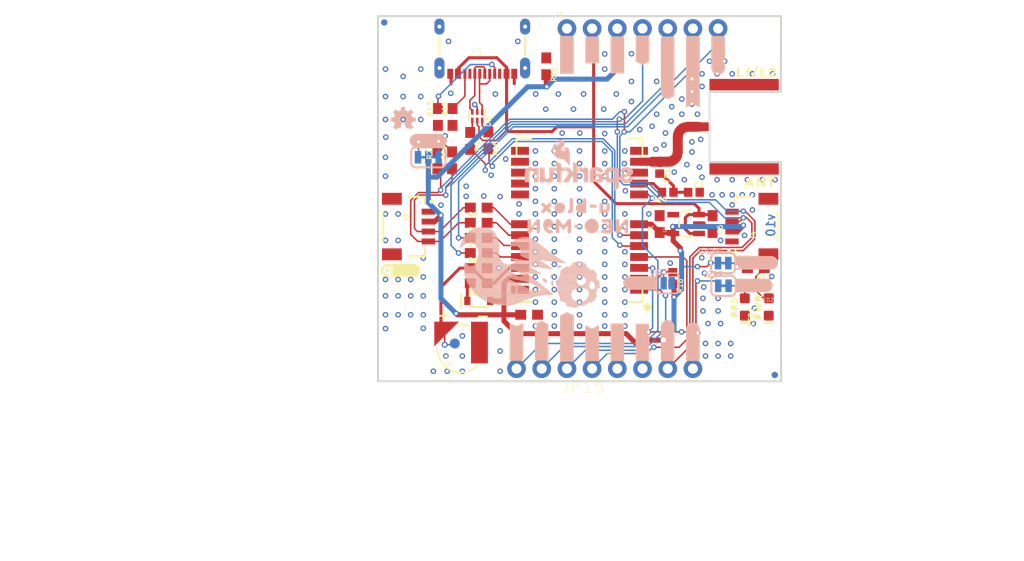
<source format=kicad_pcb>
(kicad_pcb (version 20211014) (generator pcbnew)
  (layers (0 "F.Cu" signal) (31 "B.Cu" signal) (34 "B.Paste" user) (35 "F.Paste" user) (36 "B.SilkS" user "B.Silkscreen") (37 "F.SilkS" user "F.Silkscreen") (38 "B.Mask" user) (39 "F.Mask" user) (44 "Edge.Cuts" user))
  (net 0 "")
  (net 1 "3.3V")
  (net 2 "GND")
  (net 3 "SCL/SCK")
  (net 4 "SDA/~{CS}")
  (net 5 "~{RESET}")
  (net 6 "TXLV")
  (net 7 "RXLV")
  (net 8 "INT")
  (net 9 "PPS")
  (net 10 "N$5")
  (net 11 "N$8")
  (net 12 "N$2")
  (net 13 "N$4")
  (net 14 "N$6")
  (net 15 "SDA_LV")
  (net 16 "SCL_LV")
  (net 17 "~{SAFE}")
  (net 18 "RXI/SDI")
  (net 19 "TXO/SDO")
  (net 20 "SHLD")
  (net 21 "USB_D-")
  (net 22 "USB_D+")
  (net 23 "GPS_ANT1")
  (net 24 "N$10")
  (net 25 "5V")
  (net 26 "N$11")
  (net 27 "N$12")
  (net 28 "D_SEL")
  (net 29 "VCC_RF")
  (net 30 "D+")
  (net 31 "D-")
  (net 32 "N$1")
  (net 33 "N$7")
  (net 34 "N$9")
  (net 35 "N$3")
  (net 36 "V_BATT")
  (footprint "SparkFun GPS NEO_M9N_SMA:LED-0603" (layer "F.Cu") (at 167.5765 115.9129 -90)
    (fp_text reference "LED2")
    (fp_text value "RED")
  )
  (footprint "SparkFun GPS NEO_M9N_SMA:0603" (layer "F.Cu") (at 137.4775 99.1743 -90)
    (fp_text reference "R9")
    (fp_text value "27")
  )
  (footprint "SparkFun GPS NEO_M9N_SMA:#GND#0" (layer "F.Cu") (at 152.3111 119.4689 90)
    (fp_text reference "U$7" hide)
    (fp_text value "" hide)
  )
  (footprint "SparkFun GPS NEO_M9N_SMA:NEO-M9N_M8T_M8U" (layer "F.Cu") (at 148.5011 107.1753)
    (fp_text reference "U1")
    (fp_text value "U-BLOX_NEO-M9N")
  )
  (footprint "SparkFun GPS NEO_M9N_SMA:0603" (layer "F.Cu") (at 138.3411 107.4293 180)
    (fp_text reference "R4")
    (fp_text value "33")
  )
  (footprint "SparkFun GPS NEO_M9N_SMA:0603" (layer "F.Cu") (at 135.6995 96.7613 90)
    (fp_text reference "R12")
    (fp_text value "5.1k")
  )
  (footprint "SparkFun GPS NEO_M9N_SMA:SOT886" (layer "F.Cu") (at 138.1887 96.6851 -90)
    (fp_text reference "D3")
    (fp_text value "PRTR5V0U2F")
  )
  (footprint "SparkFun GPS NEO_M9N_SMA:0603" (layer "F.Cu") (at 138.3411 112.0013)
    (fp_text reference "C3")
    (fp_text value "1.0uF")
  )
  (footprint "SparkFun GPS NEO_M9N_SMA:0603" (layer "F.Cu") (at 138.3411 105.9053 180)
    (fp_text reference "R2")
    (fp_text value "33")
  )
  (footprint "SparkFun GPS NEO_M9N_SMA:##SAFE##15" (layer "F.Cu") (at 147.2311 119.0879 90)
    (fp_text reference "U$3" hide)
    (fp_text value "" hide)
  )
  (footprint "SparkFun GPS NEO_M9N_SMA:0603" (layer "F.Cu") (at 161.9123 107.5563 -90)
    (fp_text reference "C6")
    (fp_text value "1.0uF")
  )
  (footprint "SparkFun GPS NEO_M9N_SMA:L1#L28" (layer "F.Cu") (at 166.4081 92.2909)
    (fp_text reference "U$23" hide)
    (fp_text value "" hide)
  )
  (footprint "SparkFun GPS NEO_M9N_SMA:LED-0603" (layer "F.Cu") (at 165.1635 115.9129 -90)
    (fp_text reference "LED1")
    (fp_text value "BLUE")
  )
  (footprint "SparkFun GPS NEO_M9N_SMA:0603" (layer "F.Cu") (at 139.3063 99.1235 -90)
    (fp_text reference "R10")
    (fp_text value "27")
  )
  (footprint "SparkFun GPS NEO_M9N_SMA:ML414H_IV01E" (layer "F.Cu") (at 136.5631 120.1039 90)
    (fp_text reference "B1")
    (fp_text value "6.8MM_COIN_CELL" hide)
  )
  (footprint "SparkFun GPS NEO_M9N_SMA:0603" (layer "F.Cu") (at 138.3411 108.9533 180)
    (fp_text reference "R3")
    (fp_text value "33")
  )
  (footprint "SparkFun GPS NEO_M9N_SMA:0402" (layer "F.Cu") (at 157.8991 112.9919 -90)
    (fp_text reference "R16")
    (fp_text value "10k")
  )
  (footprint "SparkFun GPS NEO_M9N_SMA:#PPS#13" (layer "F.Cu") (at 142.1511 119.5959 90)
    (fp_text reference "U$11" hide)
    (fp_text value "" hide)
  )
  (footprint "SparkFun GPS NEO_M9N_SMA:0603" (layer "F.Cu") (at 145.1483 91.6559 -90)
    (fp_text reference "R15")
    (fp_text value "100k")
  )
  (footprint "SparkFun GPS NEO_M9N_SMA:MICRO-FIDUCIAL" (layer "F.Cu") (at 168.1861 122.7709)
    (fp_text reference "JP21" hide)
    (fp_text value "FIDUCIALUFIDUCIAL" hide)
  )
  (footprint "SparkFun GPS NEO_M9N_SMA:#GND#0" (layer "F.Cu") (at 147.2311 90.5129 90)
    (fp_text reference "U$8" hide)
    (fp_text value "" hide)
  )
  (footprint "SparkFun GPS NEO_M9N_SMA:STAND-OFF" (layer "F.Cu") (at 130.7211 120.8659)
    (fp_text reference "JP91" hide)
    (fp_text value "STAND-OFF" hide)
  )
  (footprint "SparkFun GPS NEO_M9N_SMA:#3V3#6" (layer "F.Cu") (at 152.3111 90.5129 90)
    (fp_text reference "U$5" hide)
    (fp_text value "" hide)
  )
  (footprint "SparkFun GPS NEO_M9N_SMA:USB-C-16P-2LAYER-PADS" (layer "F.Cu") (at 138.6967 92.7481 180)
    (fp_text reference "J3")
    (fp_text value "")
  )
  (footprint "SparkFun GPS NEO_M9N_SMA:CREATIVE_COMMONS" (layer "F.Cu") (at 110.4011 141.1859)
    (fp_text reference "FRAME1" hide)
    (fp_text value "FRAME-LETTER" hide)
  )
  (footprint "SparkFun GPS NEO_M9N_SMA:PPS7" (layer "F.Cu") (at 164.1221 115.9129 90)
    (fp_text reference "U$10" hide)
    (fp_text value "" hide)
  )
  (footprint "SparkFun GPS NEO_M9N_SMA:#SCK#12" (layer "F.Cu") (at 162.4711 90.3859 90)
    (fp_text reference "U$16" hide)
    (fp_text value "" hide)
  )
  (footprint "SparkFun GPS NEO_M9N_SMA:0603" (layer "F.Cu") (at 135.6487 101.1301 90)
    (fp_text reference "R8")
    (fp_text value "2.2k")
  )
  (footprint "SparkFun GPS NEO_M9N_SMA:QWIIC_4MM" (layer "F.Cu") (at 130.4671 112.2299)
    (fp_text reference "U$14" hide)
    (fp_text value "" hide)
  )
  (footprint "SparkFun GPS NEO_M9N_SMA:PWR6" (layer "F.Cu") (at 166.5351 115.9129 90)
    (fp_text reference "U$13" hide)
    (fp_text value "" hide)
  )
  (footprint "SparkFun GPS NEO_M9N_SMA:#INT#16" (layer "F.Cu") (at 149.7711 119.7229 90)
    (fp_text reference "U$9" hide)
    (fp_text value "" hide)
  )
  (footprint "SparkFun GPS NEO_M9N_SMA:#3V3#6" (layer "F.Cu") (at 154.8511 119.4689 90)
    (fp_text reference "U$4" hide)
    (fp_text value "" hide)
  )
  (footprint "SparkFun GPS NEO_M9N_SMA:#SCL#18" (layer "F.Cu") (at 159.9311 119.5959 90)
    (fp_text reference "U$18" hide)
    (fp_text value "" hide)
  )
  (footprint "SparkFun GPS NEO_M9N_SMA:SMA-EDGE-SMD" (layer "F.Cu") (at 168.5925 97.7519 -90)
    (fp_text reference "E1" hide)
    (fp_text value "ANTENNA-GROUNDEDEDGE_SMA_SMD" hide)
  )
  (footprint "SparkFun GPS NEO_M9N_SMA:#5V#1" (layer "F.Cu") (at 149.7711 90.0049 90)
    (fp_text reference "U$6" hide)
    (fp_text value "" hide)
  )
  (footprint "SparkFun GPS NEO_M9N_SMA:0402" (layer "F.Cu") (at 160.0327 104.3559)
    (fp_text reference "C1")
    (fp_text value "47pF")
  )
  (footprint "SparkFun GPS NEO_M9N_SMA:JST04_1MM_RA" (layer "F.Cu") (at 163.8681 107.8103 90)
    (fp_text reference "J4")
    (fp_text value "Qwiic Right Angle" hide)
  )
  (footprint "SparkFun GPS NEO_M9N_SMA:0603" (layer "F.Cu") (at 166.2811 112.0013 180)
    (fp_text reference "R1")
    (fp_text value "1k")
  )
  (footprint "SparkFun GPS NEO_M9N_SMA:ANT8" (layer "F.Cu") (at 166.7891 103.3399)
    (fp_text reference "U$24" hide)
    (fp_text value "" hide)
  )
  (footprint "SparkFun GPS NEO_M9N_SMA:#SDA#17" (layer "F.Cu") (at 157.3911 119.4689 90)
    (fp_text reference "U$19" hide)
    (fp_text value "" hide)
  )
  (footprint "SparkFun GPS NEO_M9N_SMA:0603" (layer "F.Cu") (at 134.2263 96.7613 90)
    (fp_text reference "R13")
    (fp_text value "5.1k")
  )
  (footprint "SparkFun GPS NEO_M9N_SMA:STAND-OFF" (layer "F.Cu") (at 130.7211 89.1413)
    (fp_text reference "JP31" hide)
    (fp_text value "STAND-OFF" hide)
  )
  (footprint "SparkFun GPS NEO_M9N_SMA:0402" (layer "F.Cu") (at 157.3911 104.3559 180)
    (fp_text reference "R14")
    (fp_text value "33")
  )
  (footprint "SparkFun GPS NEO_M9N_SMA:STAND-OFF" (layer "F.Cu") (at 166.2811 89.1413)
    (fp_text reference "JP1" hide)
    (fp_text value "STAND-OFF" hide)
  )
  (footprint "SparkFun GPS NEO_M9N_SMA:1X04_NO_SILK" (layer "F.Cu") (at 149.7711 122.1359 180)
    (fp_text reference "JP15")
    (fp_text value "" hide)
  )
  (footprint "SparkFun GPS NEO_M9N_SMA:0603" (layer "F.Cu") (at 143.4211 116.7003 180)
    (fp_text reference "C5")
    (fp_text value "0.1uF")
  )
  (footprint "SparkFun GPS NEO_M9N_SMA:0603" (layer "F.Cu") (at 138.3411 113.5253 180)
    (fp_text reference "R5")
    (fp_text value "1k")
  )
  (footprint "SparkFun GPS NEO_M9N_SMA:#RX#SDI#10" (layer "F.Cu") (at 157.3911 91.6559 90)
    (fp_text reference "U$15" hide)
    (fp_text value "" hide)
  )
  (footprint "SparkFun GPS NEO_M9N_SMA:MICRO-FIDUCIAL" (layer "F.Cu") (at 128.8161 87.2363)
    (fp_text reference "JP61" hide)
    (fp_text value "FIDUCIALUFIDUCIAL" hide)
  )
  (footprint "SparkFun GPS NEO_M9N_SMA:0603" (layer "F.Cu") (at 166.2811 113.7539)
    (fp_text reference "R11")
    (fp_text value "1k")
  )
  (footprint "SparkFun GPS NEO_M9N_SMA:JST04_1MM_RA" (layer "F.Cu") (at 133.2611 107.8103 -90)
    (fp_text reference "J2")
    (fp_text value "Qwiic Right Angle" hide)
  )
  (footprint "SparkFun GPS NEO_M9N_SMA:SOD-323" (layer "F.Cu") (at 138.3411 115.3033)
    (fp_text reference "D2")
    (fp_text value "0.5A/40V/420mV")
  )
  (footprint "SparkFun GPS NEO_M9N_SMA:STAND-OFF" (layer "F.Cu") (at 166.2811 120.8659)
    (fp_text reference "JP101" hide)
    (fp_text value "STAND-OFF" hide)
  )
  (footprint "SparkFun GPS NEO_M9N_SMA:1X07_NO_SILK" (layer "F.Cu") (at 147.2311 87.8459)
    (fp_text reference "J1")
    (fp_text value "")
  )
  (footprint "SparkFun GPS NEO_M9N_SMA:##CS##9" (layer "F.Cu") (at 154.8511 89.8779 90)
    (fp_text reference "U$1" hide)
    (fp_text value "" hide)
  )
  (footprint "SparkFun GPS NEO_M9N_SMA:SOT23-5" (layer "F.Cu") (at 159.2453 107.5563 90)
    (fp_text reference "U2")
    (fp_text value "3.3V")
  )
  (footprint "SparkFun GPS NEO_M9N_SMA:##RST##2" (layer "F.Cu") (at 144.6911 119.4689 90)
    (fp_text reference "U$28" hide)
    (fp_text value "" hide)
  )
  (footprint "SparkFun GPS NEO_M9N_SMA:1X04_NO_SILK" (layer "F.Cu") (at 152.3111 122.1359)
    (fp_text reference "J5")
    (fp_text value "")
  )
  (footprint "SparkFun GPS NEO_M9N_SMA:0603" (layer "F.Cu") (at 138.3411 110.4773 180)
    (fp_text reference "R6")
    (fp_text value "33")
  )
  (footprint "SparkFun GPS NEO_M9N_SMA:#TX#SDO#11" (layer "F.Cu") (at 159.9311 92.0369 90)
    (fp_text reference "U$20" hide)
    (fp_text value "" hide)
  )
  (footprint "SparkFun GPS NEO_M9N_SMA:0402" (layer "F.Cu") (at 156.5783 101.8921 -90)
    (fp_text reference "FB1")
    (fp_text value "FERRITE_BEAD-120_OHM-0402")
  )
  (footprint "SparkFun GPS NEO_M9N_SMA:0603" (layer "F.Cu") (at 134.1755 101.1301 90)
    (fp_text reference "R7")
    (fp_text value "2.2k")
  )
  (footprint "SparkFun GPS NEO_M9N_SMA:0603" (layer "F.Cu") (at 156.5783 107.5563 90)
    (fp_text reference "C4")
    (fp_text value "1.0uF")
  )
  (footprint "SparkFun GPS NEO_M9N_SMA:#PWR#1" (layer "B.Cu") (at 166.1541 111.4679 180)
    (fp_text reference "U$17" hide)
    (fp_text value "" hide)
  )
  (footprint "SparkFun GPS NEO_M9N_SMA:#INT#10" (layer "B.Cu") (at 149.7711 119.7229 -90)
    (fp_text reference "U$30" hide)
    (fp_text value "" hide)
  )
  (footprint "SparkFun GPS NEO_M9N_SMA:#SPI#22" (layer "B.Cu") (at 154.7241 113.4999 180)
    (fp_text reference "U$12" hide)
    (fp_text value "" hide)
  )
  (footprint "SparkFun GPS NEO_M9N_SMA:##RST##12" (layer "B.Cu") (at 144.6911 119.4689 -90)
    (fp_text reference "U$27" hide)
    (fp_text value "" hide)
  )
  (footprint "SparkFun GPS NEO_M9N_SMA:PAD.03X.04" (layer "B.Cu") (at 135.9281 119.5959 180)
    (fp_text reference "TP1" hide)
    (fp_text value "TEST-POINT3X4" hide)
  )
  (footprint "SparkFun GPS NEO_M9N_SMA:#TX#SDO#5" (layer "B.Cu") (at 159.9311 92.0369 -90)
    (fp_text reference "U$37" hide)
    (fp_text value "" hide)
  )
  (footprint "SparkFun GPS NEO_M9N_SMA:#PPS#13" (layer "B.Cu") (at 142.1511 119.5959 -90)
    (fp_text reference "U$32" hide)
    (fp_text value "" hide)
  )
  (footprint "SparkFun GPS NEO_M9N_SMA:SFE_LOGO_NAME_FLAME_.1" (layer "B.Cu") (at 148.3741 102.7303 180)
    (fp_text reference "LOGO2" hide)
    (fp_text value "SFE_LOGO_NAME_FLAME.1_INCH" hide)
  )
  (footprint "SparkFun GPS NEO_M9N_SMA:OSHW-LOGO-MINI" (layer "B.Cu") (at 130.7211 97.0153 180)
    (fp_text reference "LOGO1" hide)
    (fp_text value "OSHW-LOGOMINI" hide)
  )
  (footprint "SparkFun GPS NEO_M9N_SMA:SMT-JUMPER_2_NO_SILK" (layer "B.Cu") (at 157.3911 113.5253 180)
    (fp_text reference "SPI0")
    (fp_text value "JUMPER-SMT_2_NO_SILK")
  )
  (footprint "SparkFun GPS NEO_M9N_SMA:SMT-JUMPER_3_2-NC_TRACE_SILK" (layer "B.Cu") (at 133.2611 100.8253 180)
    (fp_text reference "JP5")
    (fp_text value "JUMPER-SMT_3_2-NC_TRACE_SILK")
  )
  (footprint "SparkFun GPS NEO_M9N_SMA:#RX#SDI#4" (layer "B.Cu") (at 157.3911 91.6559 -90)
    (fp_text reference "U$33" hide)
    (fp_text value "" hide)
  )
  (footprint "SparkFun GPS NEO_M9N_SMA:MICRO-FIDUCIAL" (layer "B.Cu") (at 168.1861 122.7709 180)
    (fp_text reference "JP71" hide)
    (fp_text value "FIDUCIALUFIDUCIAL" hide)
  )
  (footprint "SparkFun GPS NEO_M9N_SMA:SMT-JUMPER_2_NC_TRACE_SILK" (layer "B.Cu") (at 163.0045 113.7793 180)
    (fp_text reference "PPS0")
    (fp_text value "JUMPER-SMT_2_NC_TRACE_SILK")
  )
  (footprint "SparkFun GPS NEO_M9N_SMA:#GND#0" (layer "B.Cu") (at 152.3111 119.4689 -90)
    (fp_text reference "U$41" hide)
    (fp_text value "" hide)
  )
  (footprint "SparkFun GPS NEO_M9N_SMA:##CS##6" (layer "B.Cu") (at 154.8511 89.8779 -90)
    (fp_text reference "U$26" hide)
    (fp_text value "" hide)
  )
  (footprint "SparkFun GPS NEO_M9N_SMA:#SCK#3" (layer "B.Cu") (at 162.4711 90.3859 -90)
    (fp_text reference "U$34" hide)
    (fp_text value "" hide)
  )
  (footprint "SparkFun GPS NEO_M9N_SMA:#3V3#6" (layer "B.Cu") (at 154.8511 119.4689 -90)
    (fp_text reference "U$40" hide)
    (fp_text value "" hide)
  )
  (footprint "SparkFun GPS NEO_M9N_SMA:NEO_GPS_BOARD_SILK_FINAL#03#JPG" (layer "B.Cu") (at 143.4211 111.9759 180)
    (fp_text reference "U$21" hide)
    (fp_text value "" hide)
  )
  (footprint "SparkFun GPS NEO_M9N_SMA:#I2C#3" (layer "B.Cu") (at 133.2611 99.1489 180)
    (fp_text reference "U$29" hide)
    (fp_text value "" hide)
  )
  (footprint "SparkFun GPS NEO_M9N_SMA:#SDA#9" (layer "B.Cu") (at 157.3911 119.4689 -90)
    (fp_text reference "U$36" hide)
    (fp_text value "" hide)
  )
  (footprint "SparkFun GPS NEO_M9N_SMA:#GND#0" (layer "B.Cu") (at 147.2311 90.5129 -90)
    (fp_text reference "U$38" hide)
    (fp_text value "" hide)
  )
  (footprint "SparkFun GPS NEO_M9N_SMA:#5V#1" (layer "B.Cu") (at 149.7711 90.0049 -90)
    (fp_text reference "U$42" hide)
    (fp_text value "" hide)
  )
  (footprint "SparkFun GPS NEO_M9N_SMA:#3V3#6" (layer "B.Cu") (at 152.3111 90.5129 -90)
    (fp_text reference "U$39" hide)
    (fp_text value "" hide)
  )
  (footprint "SparkFun GPS NEO_M9N_SMA:NEO#M9N20" (layer "B.Cu") (at 148.2471 107.7849 180)
    (fp_text reference "U$25" hide)
    (fp_text value "" hide)
  )
  (footprint "SparkFun GPS NEO_M9N_SMA:#SCL#8" (layer "B.Cu") (at 159.9311 119.5959 -90)
    (fp_text reference "U$35" hide)
    (fp_text value "" hide)
  )
  (footprint "SparkFun GPS NEO_M9N_SMA:SMT-JUMPER_2_NC_TRACE_SILK" (layer "B.Cu") (at 162.9791 111.4933 180)
    (fp_text reference "PWR\\0")
    (fp_text value "JUMPER-SMT_2_NC_TRACE_SILK")
  )
  (footprint "SparkFun GPS NEO_M9N_SMA:U#BLOX19" (layer "B.Cu") (at 147.9931 105.7529 180)
    (fp_text reference "U$2" hide)
    (fp_text value "" hide)
  )
  (footprint "SparkFun GPS NEO_M9N_SMA:#PPS#0" (layer "B.Cu") (at 165.9001 113.7539 180)
    (fp_text reference "U$31" hide)
    (fp_text value "" hide)
  )
  (footprint "SparkFun GPS NEO_M9N_SMA:MICRO-FIDUCIAL" (layer "B.Cu") (at 128.8161 87.2363 180)
    (fp_text reference "JP81" hide)
    (fp_text value "FIDUCIALUFIDUCIAL" hide)
  )
  (footprint "SparkFun GPS NEO_M9N_SMA:##SAFE##11" (layer "B.Cu") (at 147.2311 119.0879 -90)
    (fp_text reference "U$22" hide)
    (fp_text value "" hide)
  )
  (gr_line (start 168.8211 123.4059) (end 128.1811 123.4059) (layer "Edge.Cuts") (width 0.2032))
  (gr_line (start 161.6075 101.3079) (end 161.6075 94.2213) (layer "Edge.Cuts") (width 0.2032))
  (gr_line (start 128.1811 86.6013) (end 168.8211 86.6013) (layer "Edge.Cuts") (width 0.2032))
  (gr_line (start 168.7957 94.2213) (end 168.8211 86.6013) (layer "Edge.Cuts") (width 0.2032))
  (gr_line (start 168.7957 101.3079) (end 161.6075 101.3079) (layer "Edge.Cuts") (width 0.2032))
  (gr_line (start 168.8211 123.4059) (end 168.7957 101.3079) (layer "Edge.Cuts") (width 0.2032))
  (gr_line (start 161.6075 94.2213) (end 168.7957 94.2213) (layer "Edge.Cuts") (width 0.2032))
  (gr_line (start 128.1811 123.4059) (end 128.1811 86.6013) (layer "Edge.Cuts") (width 0.2032))
  (gr_text "v10" (at 167.7797 107.6833 -270) (layer "B.Cu") (effects (font (size 0.8636 0.8636) (thickness 0.1524)) (justify mirror)))
  (gr_text "+" (at 133.9723 117.3607) (layer "F.SilkS") (effects (font (size 1.0795 1.0795) (thickness 0.1905)) (justify left bottom)))
  (gr_text "-" (at 137.9601 117.4369) (layer "F.SilkS") (effects (font (size 1.0795 1.0795) (thickness 0.1905)) (justify left bottom)))
  (segment (start 142.1511 118.6053) (end 153.2001 118.6053) (width 0.508) (layer "F.Cu") (net 1))
  (segment (start 155.7473 107.5753) (end 154.5011 107.5753) (width 0.508) (layer "F.Cu") (net 1))
  (segment (start 154.1399 119.5451) (end 154.8511 120.2563) (width 0.508) (layer "F.Cu") (net 1))
  (segment (start 154.4193 119.2657) (end 156.9339 119.2657) (width 0.508) (layer "F.Cu") (net 1))
  (segment (start 157.8991 107.8103) (end 157.9452 107.8564) (width 0.508) (layer "F.Cu") (net 1))
  (segment (start 133.8961 107.3103) (end 134.5311 106.6753) (width 0.508) (layer "F.Cu") (net 1))
  (segment (start 145.1483 92.5059) (end 145.1483 93.6625) (width 0.508) (layer "F.Cu") (net 1))
  (segment (start 136.1821 116.7003) (end 140.8811 116.7003) (width 0.508) (layer "F.Cu") (net 1))
  (segment (start 158.6611 110.2487) (end 158.6611 109.9693) (width 0.508) (layer "F.Cu") (net 1))
  (segment (start 156.5783 108.4063) (end 155.7473 107.5753) (width 0.508) (layer "F.Cu") (net 1))
  (segment (start 161.3281 111.8489) (end 160.3883 111.8489) (width 0.1524) (layer "F.Cu") (net 1))
  (segment (start 133.2611 107.3103) (end 133.8961 107.3103) (width 0.508) (layer "F.Cu") (net 1))
  (segment (start 165.0111 107.7087) (end 164.4095 108.3103) (width 0.508) (layer "F.Cu") (net 1))
  (segment (start 139.4911 115.3033) (end 140.8811 115.3033) (width 0.508) (layer "F.Cu") (net 1))
  (segment (start 145.1483 93.6625) (end 145.1991 93.7133) (width 0.508) (layer "F.Cu") (net 1))
  (segment (start 140.8811 115.3033) (end 140.8811 116.7003) (width 0.508) (layer "F.Cu") (net 1))
  (segment (start 153.2001 118.6053) (end 154.1399 119.5451) (width 0.508) (layer "F.Cu") (net 1))
  (segment (start 140.8811 113.5253) (end 140.8811 115.3033) (width 0.508) (layer "F.Cu") (net 1))
  (segment (start 140.8811 116.7003) (end 142.5711 116.7003) (width 0.508) (layer "F.Cu") (net 1))
  (segment (start 136.0551 116.5733) (end 136.1821 116.7003) (width 0.508) (layer "F.Cu") (net 1))
  (segment (start 156.9339 119.2657) (end 156.9593 119.2403) (width 0.508) (layer "F.Cu") (net 1))
  (segment (start 158.6611 109.9693) (end 157.9452 109.2534) (width 0.508) (layer "F.Cu") (net 1))
  (segment (start 157.9452 109.2534) (end 157.9452 108.5063) (width 0.508) (layer "F.Cu") (net 1))
  (segment (start 141.3311 113.0753) (end 142.5011 113.0753) (width 0.508) (layer "F.Cu") (net 1))
  (segment (start 154.1399 119.5451) (end 154.4193 119.2657) (width 0.508) (layer "F.Cu") (net 1))
  (segment (start 142.1511 118.6053) (end 140.8811 117.3353) (width 0.508) (layer "F.Cu") (net 1))
  (segment (start 157.8991 113.5719) (end 158.0261 113.6989) (width 0.508) (layer "F.Cu") (net 1))
  (segment (start 157.8452 108.4063) (end 157.9452 108.5063) (width 0.508) (layer "F.Cu") (net 1))
  (segment (start 156.5783 108.4063) (end 157.8452 108.4063) (width 0.508) (layer "F.Cu") (net 1))
  (segment (start 161.7091 111.4679) (end 161.3281 111.8489) (width 0.1524) (layer "F.Cu") (net 1))
  (segment (start 140.8811 117.3353) (end 140.8811 116.7003) (width 0.508) (layer "F.Cu") (net 1))
  (segment (start 157.9452 107.8564) (end 157.9452 108.5063) (width 0.508) (layer "F.Cu") (net 1))
  (segment (start 158.0261 113.6989) (end 158.0261 114.9223) (width 0.508) (layer "F.Cu") (net 1))
  (segment (start 154.8511 120.2563) (end 154.8511 122.1359) (width 0.508) (layer "F.Cu") (net 1))
  (segment (start 140.8811 113.5253) (end 141.3311 113.0753) (width 0.508) (layer "F.Cu") (net 1))
  (segment (start 165.0111 107.7087) (end 165.0111 107.6833) (width 0.508) (layer "F.Cu") (net 1))
  (segment (start 163.8681 108.3103) (end 164.4095 108.3103) (width 0.508) (layer "F.Cu") (net 1))
  (via (at 158.6611 110.2487) (size 0.5588) (drill 0.3048) (layers "F.Cu" "B.Cu") (net 1))
  (via (at 161.7091 111.4679) (size 0.5588) (drill 0.3048) (layers "F.Cu" "B.Cu") (net 1))
  (via (at 157.8991 107.8103) (size 0.5588) (drill 0.3048) (layers "F.Cu" "B.Cu") (net 1))
  (via (at 136.0551 116.5733) (size 0.5588) (drill 0.3048) (layers "F.Cu" "B.Cu") (net 1))
  (via (at 145.1991 93.7133) (size 0.5588) (drill 0.3048) (layers "F.Cu" "B.Cu") (net 1))
  (via (at 134.5311 106.6753) (size 0.5588) (drill 0.3048) (layers "F.Cu" "B.Cu") (net 1))
  (via (at 156.9593 119.2403) (size 0.762) (drill 0.508) (layers "F.Cu" "B.Cu") (net 1))
  (via (at 165.0111 107.6833) (size 0.5588) (drill 0.3048) (layers "F.Cu" "B.Cu") (net 1))
  (via (at 158.0261 114.9223) (size 0.5588) (drill 0.3048) (layers "F.Cu" "B.Cu") (net 1))
  (via (at 160.3883 111.8489) (size 0.5588) (drill 0.3048) (layers "F.Cu" "B.Cu") (net 1))
  (segment (start 164.8841 107.8103) (end 157.8991 107.8103) (width 0.508) (layer "B.Cu") (net 1))
  (segment (start 158.0261 114.9223) (end 158.7881 114.160297) (width 0.508) (layer "B.Cu") (net 1))
  (segment (start 145.1991 93.7133) (end 145.196868 93.715532) (width 0.508) (layer "B.Cu") (net 1))
  (segment (start 145.196868 93.715532) (end 143.2687 93.715532) (width 0.508) (layer "B.Cu") (net 1))
  (segment (start 134.5311 115.0493) (end 136.0551 116.5733) (width 0.508) (layer "B.Cu") (net 1))
  (segment (start 134.5311 106.6753) (end 134.5311 115.0493) (width 0.508) (layer "B.Cu") (net 1))
  (segment (start 158.9151 111.8489) (end 158.7881 111.7219) (width 0.1524) (layer "B.Cu") (net 1))
  (segment (start 162.4584 111.4933) (end 162.2425 111.4933) (width 0.1524) (layer "B.Cu") (net 1))
  (segment (start 158.7881 114.160297) (end 158.7881 111.7219) (width 0.508) (layer "B.Cu") (net 1))
  (segment (start 164.8841 107.8103) (end 165.0111 107.6833) (width 0.508) (layer "B.Cu") (net 1))
  (segment (start 134.152331 102.8319) (end 133.2611 102.8319) (width 0.508) (layer "B.Cu") (net 1))
  (segment (start 145.1991 93.7133) (end 145.9611 92.9513) (width 0.508) (layer "B.Cu") (net 1))
  (segment (start 162.2425 111.4933) (end 162.2171 111.4679) (width 0.1524) (layer "B.Cu") (net 1))
  (segment (start 158.0261 118.1989) (end 156.9847 119.2403) (width 0.508) (layer "B.Cu") (net 1))
  (segment (start 133.2611 105.4053) (end 134.5311 106.6753) (width 0.508) (layer "B.Cu") (net 1))
  (segment (start 134.152331 102.8319) (end 143.2687 93.715532) (width 0.508) (layer "B.Cu") (net 1))
  (segment (start 151.2697 92.9513) (end 152.3111 91.9099) (width 0.508) (layer "B.Cu") (net 1))
  (segment (start 158.7881 111.7219) (end 158.7881 110.3757) (width 0.508) (layer "B.Cu") (net 1))
  (segment (start 158.7881 110.3757) (end 158.6611 110.2487) (width 0.508) (layer "B.Cu") (net 1))
  (segment (start 156.9847 119.2403) (end 156.9593 119.2403) (width 0.508) (layer "B.Cu") (net 1))
  (segment (start 133.2611 100.8253) (end 133.2611 102.8319) (width 0.508) (layer "B.Cu") (net 1))
  (segment (start 145.9611 92.9513) (end 151.2697 92.9513) (width 0.508) (layer "B.Cu") (net 1))
  (segment (start 161.7091 111.4679) (end 162.2171 111.4679) (width 0.1524) (layer "B.Cu") (net 1))
  (segment (start 158.0261 114.9223) (end 158.0261 118.1989) (width 0.508) (layer "B.Cu") (net 1))
  (segment (start 133.2611 102.8319) (end 133.2611 105.4053) (width 0.508) (layer "B.Cu") (net 1))
  (segment (start 160.3883 111.8489) (end 158.9151 111.8489) (width 0.1524) (layer "B.Cu") (net 1))
  (segment (start 152.3111 91.9099) (end 152.3111 87.8459) (width 0.508) (layer "B.Cu") (net 1))
  (segment (start 135.4717 92.4081) (end 135.5471 92.4835) (width 0.3048) (layer "F.Cu") (net 2))
  (segment (start 138.1887 95.7707) (end 137.9347 95.5167) (width 0.1524) (layer "F.Cu") (net 2))
  (segment (start 135.5471 92.4835) (end 135.5471 93.4339) (width 0.3048) (layer "F.Cu") (net 2))
  (segment (start 138.1887 96.2551) (end 138.1887 95.7707) (width 0.1524) (layer "F.Cu") (net 2))
  (segment (start 160.5454 107.5563) (end 161.0623 107.5563) (width 0.3048) (layer "F.Cu") (net 2))
  (segment (start 161.0623 107.5563) (end 161.9123 108.4063) (width 0.3048) (layer "F.Cu") (net 2))
  (segment (start 141.9217 92.4081) (end 141.9217 93.4093) (width 0.3048) (layer "F.Cu") (net 2))
  (via (at 137.0711 104.7623) (size 0.5588) (drill 0.3048) (layers "F.Cu" "B.Cu") (net 2))
  (via (at 140.3731 112.0013) (size 0.5588) (drill 0.3048) (layers "F.Cu" "B.Cu") (net 2))
  (via (at 167.9575 92.4179) (size 0.5588) (drill 0.3048) (layers "F.Cu" "B.Cu") (net 2))
  (via (at 150.9395 95.9739) (size 0.5588) (drill 0.3048) (layers "F.Cu" "B.Cu") (net 2))
  (via (at 166.9415 103.0859) (size 0.5588) (drill 0.3048) (layers "F.Cu" "B.Cu") (net 2))
  (via (at 157.0101 99.5807) (size 0.5588) (drill 0.3048) (layers "F.Cu" "B.Cu") (net 2))
  (via (at 132.7531 112.8903) (size 0.5588) (drill 0.3048) (layers "F.Cu" "B.Cu") (net 2))
  (via (at 160.8455 92.4179) (size 0.5588) (drill 0.3048) (layers "F.Cu" "B.Cu") (net 2))
  (via (at 131.4831 113.1443) (size 0.5588) (drill 0.3048) (layers "F.Cu" "B.Cu") (net 2))
  (via (at 132.7531 118.0719) (size 0.5588) (drill 0.3048) (layers "F.Cu" "B.Cu") (net 2))
  (via (at 161.2011 119.5959) (size 0.5588) (drill 0.3048) (layers "F.Cu" "B.Cu") (net 2))
  (via (at 151.0411 90.4113) (size 0.5588) (drill 0.3048) (layers "F.Cu" "B.Cu") (net 2))
  (via (at 144.0561 111.6203) (size 0.5588) (drill 0.3048) (layers "F.Cu" "B.Cu") (net 2))
  (via (at 138.8491 104.7369) (size 0.5588) (drill 0.3048) (layers "F.Cu" "B.Cu") (net 2))
  (via (at 153.7335 93.1799) (size 0.5588) (drill 0.3048) (layers "F.Cu" "B.Cu") (net 2))
  (via (at 163.8935 104.6099) (size 0.5588) (drill 0.3048) (layers "F.Cu" "B.Cu") (net 2))
  (via (at 145.9611 101.4603) (size 0.5588) (drill 0.3048) (layers "F.Cu" "B.Cu") (net 2))
  (via (at 161.2011 120.8659) (size 0.5588) (drill 0.3048) (layers "F.Cu" "B.Cu") (net 2))
  (via (at 144.0561 104.0003) (size 0.5588) (drill 0.3048) (layers "F.Cu" "B.Cu") (net 2))
  (via (at 132.7531 114.7953) (size 0.5588) (drill 0.3048) (layers "F.Cu" "B.Cu") (net 2))
  (via (at 148.5011 111.6203) (size 0.5588) (drill 0.3048) (layers "F.Cu" "B.Cu") (net 2))
  (via (at 155.4861 106.5403) (size 0.5588) (drill 0.3048) (layers "F.Cu" "B.Cu") (net 2))
  (via (at 135.0391 120.8659) (size 0.5588) (drill 0.3048) (layers "F.Cu" "B.Cu") (net 2))
  (via (at 130.7211 92.6719) (size 0.5588) (drill 0.3048) (layers "F.Cu" "B.Cu") (net 2))
  (via (at 148.5011 112.8903) (size 0.5588) (drill 0.3048) (layers "F.Cu" "B.Cu") (net 2))
  (via (at 151.0411 111.6203) (size 0.5588) (drill 0.3048) (layers "F.Cu" "B.Cu") (net 2))
  (via (at 128.9431 91.9353) (size 0.5588) (drill 0.3048) (layers "F.Cu" "B.Cu") (net 2))
  (via (at 148.5011 114.1603) (size 0.5588) (drill 0.3048) (layers "F.Cu" "B.Cu") (net 2))
  (via (at 166.0271 117.5893) (size 0.5588) (drill 0.3048) (layers "F.Cu" "B.Cu") (net 2))
  (via (at 136.6901 120.8659) (size 0.5588) (drill 0.3048) (layers "F.Cu" "B.Cu") (net 2))
  (via (at 142.4051 105.5243) (size 0.5588) (drill 0.3048) (layers "F.Cu" "B.Cu") (net 2))
  (via (at 163.8935 105.6259) (size 0.5588) (drill 0.3048) (layers "F.Cu" "B.Cu") (net 2))
  (via (at 140.0175 94.4499) (size 0.5588) (drill 0.3048) (layers "F.Cu" "B.Cu") (net 2))
  (via (at 130.2131 113.1443) (size 0.5588) (drill 0.3048) (layers "F.Cu" "B.Cu") (net 2))
  (via (at 166.1287 116.0399) (size 0.5588) (drill 0.3048) (layers "F.Cu" "B.Cu") (net 2))
  (via (at 135.1661 122.3899) (size 0.5588) (drill 0.3048) (layers "F.Cu" "B.Cu") (net 2))
  (via (at 161.6075 91.1479) (size 0.5588) (drill 0.3048) (layers "F.Cu" "B.Cu") (net 2))
  (via (at 132.4991 91.9353) (size 0.5588) (drill 0.3048) (layers "F.Cu" "B.Cu") (net 2))
  (via (at 151.0411 117.8433) (size 0.5588) (drill 0.3048) (layers "F.Cu" "B.Cu") (net 2))
  (via (at 168.2115 103.0859) (size 0.5588) (drill 0.3048) (layers "F.Cu" "B.Cu") (net 2))
  (via (at 151.0411 105.2703) (size 0.5588) (drill 0.3048) (layers "F.Cu" "B.Cu") (net 2))
  (via (at 153.0731 107.8103) (size 0.5588) (drill 0.3048) (layers "F.Cu" "B.Cu") (net 2))
  (via (at 144.0561 105.2703) (size 0.5588) (drill 0.3048) (layers "F.Cu" "B.Cu") (net 2))
  (via (at 165.9255 104.6099) (size 0.5588) (drill 0.3048) (layers "F.Cu" "B.Cu") (net 2))
  (via (at 140.5001 120.3579) (size 0.5588) (drill 0.3048) (layers "F.Cu" "B.Cu") (net 2))
  (via (at 151.0411 98.4377) (size 0.5588) (drill 0.3048) (layers "F.Cu" "B.Cu") (net 2))
  (via (at 159.8295 92.9259) (size 0.5588) (drill 0.3048) (layers "F.Cu" "B.Cu") (net 2))
  (via (at 158.0515 102.3239) (size 0.5588) (drill 0.3048) (layers "F.Cu" "B.Cu") (net 2))
  (via (at 152.2095 94.4499) (size 0.5588) (drill 0.3048) (layers "F.Cu" "B.Cu") (net 2))
  (via (at 158.8135 94.9579) (size 0.5588) (drill 0.3048) (layers "F.Cu" "B.Cu") (net 2))
  (via (at 144.0561 109.0803) (size 0.5588) (drill 0.3048) (layers "F.Cu" "B.Cu") (net 2))
  (via (at 153.0731 106.5403) (size 0.5588) (drill 0.3048) (layers "F.Cu" "B.Cu") (net 2))
  (via (at 159.0675 103.0859) (size 0.5588) (drill 0.3048) (layers "F.Cu" "B.Cu") (net 2))
  (via (at 146.7485 98.3869) (size 0.5588) (drill 0.3048) (layers "F.Cu" "B.Cu") (net 2))
  (via (at 151.0411 116.7003) (size 0.5588) (drill 0.3048) (layers "F.Cu" "B.Cu") (net 2))
  (via (at 159.8295 94.1959) (size 0.5588) (drill 0.3048) (layers "F.Cu" "B.Cu") (net 2))
  (via (at 144.0561 102.7303) (size 0.5588) (drill 0.3048) (layers "F.Cu" "B.Cu") (net 2))
  (via (at 128.9431 114.7953) (size 0.5588) (drill 0.3048) (layers "F.Cu" "B.Cu") (net 2))
  (via (at 141.0589 101.0031) (size 0.5588) (drill 0.3048) (layers "F.Cu" "B.Cu") (net 2))
  (via (at 148.5011 116.7003) (size 0.5588) (drill 0.3048) (layers "F.Cu" "B.Cu") (net 2))
  (via (at 145.9611 111.6203) (size 0.5588) (drill 0.3048) (layers "F.Cu" "B.Cu") (net 2))
  (via (at 156.2735 93.1799) (size 0.5588) (drill 0.3048) (layers "F.Cu" "B.Cu") (net 2))
  (via (at 128.9431 118.0973) (size 0.5588) (drill 0.3048) (layers "F.Cu" "B.Cu") (net 2))
  (via (at 144.0561 114.1603) (size 0.5588) (drill 0.3048) (layers "F.Cu" "B.Cu") (net 2))
  (via (at 148.9075 94.4499) (size 0.5588) (drill 0.3048) (layers "F.Cu" "B.Cu") (net 2))
  (via (at 151.0411 102.7303) (size 0.5588) (drill 0.3048) (layers "F.Cu" "B.Cu") (net 2))
  (via (at 153.1239 102.4255) (size 0.5588) (drill 0.3048) (layers "F.Cu" "B.Cu") (net 2))
  (via (at 151.0411 107.8103) (size 0.5588) (drill 0.3048) (layers "F.Cu" "B.Cu") (net 2))
  (via (at 148.5011 110.3503) (size 0.5588) (drill 0.3048) (layers "F.Cu" "B.Cu") (net 2))
  (via (at 151.0411 114.1603) (size 0.5588) (drill 0.3048) (layers "F.Cu" "B.Cu") (net 2))
  (via (at 153.0731 111.6203) (size 0.5588) (drill 0.3048) (layers "F.Cu" "B.Cu") (net 2))
  (via (at 145.9611 117.8433) (size 0.5588) (drill 0.3048) (layers "F.Cu" "B.Cu") (net 2))
  (via (at 128.9431 113.1443) (size 0.5588) (drill 0.3048) (layers "F.Cu" "B.Cu") (net 2))
  (via (at 128.9431 116.7003) (size 0.5588) (drill 0.3048) (layers "F.Cu" "B.Cu") (net 2))
  (via (at 145.9611 104.0003) (size 0.5588) (drill 0.3048) (layers "F.Cu" "B.Cu") (net 2))
  (via (at 148.5011 109.0803) (size 0.5588) (drill 0.3048) (layers "F.Cu" "B.Cu") (net 2))
  (via (at 151.0411 112.8903) (size 0.5588) (drill 0.3048) (layers "F.Cu" "B.Cu") (net 2))
  (via (at 145.9611 110.3503) (size 0.5588) (drill 0.3048) (layers "F.Cu" "B.Cu") (net 2))
  (via (at 157.6451 111.4933) (size 0.5588) (drill 0.3048) (layers "F.Cu" "B.Cu") (net 2))
  (via (at 144.0561 106.5403) (size 0.5588) (drill 0.3048) (layers "F.Cu" "B.Cu") (net 2))
  (via (at 145.9611 107.8103) (size 0.5588) (drill 0.3048) (layers "F.Cu" "B.Cu") (net 2))
  (via (at 162.7251 109.2073) (size 0.5588) (drill 0.3048) (layers "F.Cu" "B.Cu") (net 2))
  (via (at 145.9611 106.5403) (size 0.5588) (drill 0.3048) (layers "F.Cu" "B.Cu") (net 2))
  (via (at 153.7335 95.2119) (size 0.5588) (drill 0.3048) (layers "F.Cu" "B.Cu") (net 2))
  (via (at 155.8163 97.7011) (size 0.5588) (drill 0.3048) (layers "F.Cu" "B.Cu") (net 2))
  (via (at 157.7213 97.1931) (size 0.5588) (drill 0.3048) (layers "F.Cu" "B.Cu") (net 2))
  (via (at 128.9431 97.0153) (size 0.5588) (drill 0.3048) (layers "F.Cu" "B.Cu") (net 2))
  (via (at 134.5311 105.6513) (size 0.5588) (drill 0.3048) (layers "F.Cu" "B.Cu") (net 2))
  (via (at 153.0731 115.4303) (size 0.5588) (drill 0.3048) (layers "F.Cu" "B.Cu") (net 2))
  (via (at 160.3883 96.4819) (size 0.5588) (drill 0.3048) (layers "F.Cu" "B.Cu") (net 2))
  (via (at 145.9611 116.7003) (size 0.5588) (drill 0.3048) (layers "F.Cu" "B.Cu") (net 2))
  (via (at 148.5011 107.8103) (size 0.5588) (drill 0.3048) (layers "F.Cu" "B.Cu") (net 2))
  (via (at 162.4711 119.5959) (size 0.5588) (drill 0.3048) (layers "F.Cu" "B.Cu") (net 2))
  (via (at 156.1973 100.0125) (size 0.5588) (drill 0.3048) (layers "F.Cu" "B.Cu") (net 2))
  (via (at 153.0731 114.1603) (size 0.5588) (drill 0.3048) (layers "F.Cu" "B.Cu") (net 2))
  (via (at 159.8295 95.4659) (size 0.5588) (drill 0.3048) (layers "F.Cu" "B.Cu") (net 2))
  (via (at 159.8295 100.2919) (size 0.5588) (drill 0.3048) (layers "F.Cu" "B.Cu") (net 2))
  (via (at 145.9611 112.8903) (size 0.5588) (drill 0.3048) (layers "F.Cu" "B.Cu") (net 2))
  (via (at 160.5915 101.8159) (size 0.5588) (drill 0.3048) (layers "F.Cu" "B.Cu") (net 2))
  (via (at 130.2131 114.7953) (size 0.5588) (drill 0.3048) (layers "F.Cu" "B.Cu") (net 2))
  (via (at 128.9685 98.7933) (size 0.5588) (drill 0.3048) (layers "F.Cu" "B.Cu") (net 2))
  (via (at 144.0815 94.4499) (size 0.5588) (drill 0.3048) (layers "F.Cu" "B.Cu") (net 2))
  (via (at 130.2131 116.7003) (size 0.5588) (drill 0.3048) (layers "F.Cu" "B.Cu") (net 2))
  (via (at 132.7531 110.9853) (size 0.5588) (drill 0.3048) (layers "F.Cu" "B.Cu") (net 2))
  (via (at 148.5011 106.5403) (size 0.5588) (drill 0.3048) (layers "F.Cu" "B.Cu") (net 2))
  (via (at 145.9611 105.2703) (size 0.5588) (drill 0.3048) (layers "F.Cu" "B.Cu") (net 2))
  (via (at 153.0731 100.1903) (size 0.5588) (drill 0.3048) (layers "F.Cu" "B.Cu") (net 2))
  (via (at 145.9611 109.0803) (size 0.5588) (drill 0.3048) (layers "F.Cu" "B.Cu") (net 2))
  (via (at 128.9431 106.5403) (size 0.5588) (drill 0.3048) (layers "F.Cu" "B.Cu") (net 2))
  (via (at 158.8135 96.4819) (size 0.5588) (drill 0.3048) (layers "F.Cu" "B.Cu") (net 2))
  (via (at 136.6901 122.3899) (size 0.5588) (drill 0.3048) (layers "F.Cu" "B.Cu") (net 2))
  (via (at 151.0411 106.5403) (size 0.5588) (drill 0.3048) (layers "F.Cu" "B.Cu") (net 2))
  (via (at 151.0411 109.0803) (size 0.5588) (drill 0.3048) (layers "F.Cu" "B.Cu") (net 2))
  (via (at 131.4831 116.7003) (size 0.5588) (drill 0.3048) (layers "F.Cu" "B.Cu") (net 2))
  (via (at 130.7211 94.7039) (size 0.5588) (drill 0.3048) (layers "F.Cu" "B.Cu") (net 2))
  (via (at 128.9431 100.8253) (size 0.5588) (drill 0.3048) (layers "F.Cu" "B.Cu") (net 2))
  (via (at 148.5011 105.2703) (size 0.5588) (drill 0.3048) (layers "F.Cu" "B.Cu") (net 2))
  (via (at 163.7411 120.8659) (size 0.5588) (drill 0.3048) (layers "F.Cu" "B.Cu") (net 2))
  (via (at 160.8201 110.9599) (size 0.5588) (drill 0.3048) (layers "F.Cu" "B.Cu") (net 2))
  (via (at 140.5001 104.7877) (size 0.5588) (drill 0.3048) (layers "F.Cu" "B.Cu") (net 2))
  (via (at 153.0731 117.8433) (size 0.5588) (drill 0.3048) (layers "F.Cu" "B.Cu") (net 2))
  (via (at 160.9471 116.3193) (size 0.5588) (drill 0.3048) (layers "F.Cu" "B.Cu") (net 2))
  (via (at 162.3695 92.4179) (size 0.5588) (drill 0.3048) (layers "F.Cu" "B.Cu") (net 2))
  (via (at 161.0995 112.5093) (size 0.5588) (drill 0.3048) (layers "F.Cu" "B.Cu") (net 2))
  (via (at 153.0731 110.3503) (size 0.5588) (drill 0.3048) (layers "F.Cu" "B.Cu") (net 2))
  (via (at 157.7975 95.7199) (size 0.5588) (drill 0.3048) (layers "F.Cu" "B.Cu") (net 2))
  (via (at 145.9611 114.1603) (size 0.5588) (drill 0.3048) (layers "F.Cu" "B.Cu") (net 2))
  (via (at 159.8295 99.2759) (size 0.5588) (drill 0.3048) (layers "F.Cu" "B.Cu") (net 2))
  (via (at 151.0411 101.4603) (size 0.5588) (drill 0.3048) (layers "F.Cu" "B.Cu") (net 2))
  (via (at 162.4711 120.8659) (size 0.5588) (drill 0.3048) (layers "F.Cu" "B.Cu") (net 2))
  (via (at 151.0411 110.3503) (size 0.5588) (drill 0.3048) (layers "F.Cu" "B.Cu") (net 2))
  (via (at 156.2735 96.4819) (size 0.5588) (drill 0.3048) (layers "F.Cu" "B.Cu") (net 2))
  (via (at 140.5001 122.3899) (size 0.5588) (drill 0.3048) (layers "F.Cu" "B.Cu") (net 2))
  (via (at 130.2131 109.2073) (size 0.5588) (drill 0.3048) (layers "F.Cu" "B.Cu") (net 2))
  (via (at 162.4711 115.0493) (size 0.5588) (drill 0.3048) (layers "F.Cu" "B.Cu") (net 2))
  (via (at 145.9611 115.4303) (size 0.5588) (drill 0.3048) (layers "F.Cu" "B.Cu") (net 2))
  (via (at 148.5011 117.8433) (size 0.5588) (drill 0.3048) (layers "F.Cu" "B.Cu") (net 2))
  (via (at 146.3675 94.4499) (size 0.5588) (drill 0.3048) (layers "F.Cu" "B.Cu") (net 2))
  (via (at 159.3215 101.5619) (size 0.5588) (drill 0.3048) (layers "F.Cu" "B.Cu") (net 2))
  (via (at 134.9629 98.6663) (size 0.5588) (drill 0.3048) (layers "F.Cu" "B.Cu") (net 2))
  (via (at 139.5901 102.6277) (size 0.5588) (drill 0.3048) (layers "F.Cu" "B.Cu") (net 2))
  (via (at 144.0561 115.4303) (size 0.5588) (drill 0.3048) (layers "F.Cu" "B.Cu") (net 2))
  (via (at 162.7251 117.5893) (size 0.5588) (drill 0.3048) (layers "F.Cu" "B.Cu") (net 2))
  (via (at 137.9347 95.5167) (size 0.5588) (drill 0.3048) (layers "F.Cu" "B.Cu") (net 2))
  (via (at 144.0561 101.4603) (size 0.5588) (drill 0.3048) (layers "F.Cu" "B.Cu") (net 2))
  (via (at 162.3695 103.0859) (size 0.5588) (drill 0.3048) (layers "F.Cu" "B.Cu") (net 2))
  (via (at 148.5011 102.7303) (size 0.5588) (drill 0.3048) (layers "F.Cu" "B.Cu") (net 2))
  (via (at 153.1239 104.2035) (size 0.5588) (drill 0.3048) (layers "F.Cu" "B.Cu") (net 2))
  (via (at 153.0731 116.7003) (size 0.5588) (drill 0.3048) (layers "F.Cu" "B.Cu") (net 2))
  (via (at 148.5011 115.4303) (size 0.5588) (drill 0.3048) (layers "F.Cu" "B.Cu") (net 2))
  (via (at 130.7211 97.0153) (size 0.5588) (drill 0.3048) (layers "F.Cu" "B.Cu") (net 2))
  (via (at 151.0411 91.9353) (size 0.5588) (drill 0.3048) (layers "F.Cu" "B.Cu") (net 2))
  (via (at 161.8615 104.6099) (size 0.5588) (drill 0.3048) (layers "F.Cu" "B.Cu") (net 2))
  (via (at 145.0975 95.9739) (size 0.5588) (drill 0.3048) (layers "F.Cu" "B.Cu") (net 2))
  (via (at 132.4991 97.0153) (size 0.5588) (drill 0.3048) (layers "F.Cu" "B.Cu") (net 2))
  (via (at 132.4991 94.7039) (size 0.5588) (drill 0.3048) (layers "F.Cu" "B.Cu") (net 2))
  (via (at 140.5001 118.3259) (size 0.5588) (drill 0.3048) (layers "F.Cu" "B.Cu") (net 2))
  (via (at 147.8915 95.9739) (size 0.5588) (drill 0.3048) (layers "F.Cu" "B.Cu") (net 2))
  (via (at 163.7411 119.5959) (size 0.5588) (drill 0.3048) (layers "F.Cu" "B.Cu") (net 2))
  (via (at 148.5011 100.1903) (size 0.5588) (drill 0.3048) (layers "F.Cu" "B.Cu") (net 2))
  (via (at 151.0411 115.4303) (size 0.5588) (drill 0.3048) (layers "F.Cu" "B.Cu") (net 2))
  (via (at 160.8455 93.6879) (size 0.5588) (drill 0.3048) (layers "F.Cu" "B.Cu") (net 2))
  (via (at 163.8935 103.0859) (size 0.5588) (drill 0.3048) (layers "F.Cu" "B.Cu") (net 2))
  (via (at 144.0561 100.1903) (size 0.5588) (drill 0.3048) (layers "F.Cu" "B.Cu") (net 2))
  (via (at 128.9431 102.7303) (size 0.5588) (drill 0.3048) (layers "F.Cu" "B.Cu") (net 2))
  (via (at 131.4831 114.7953) (size 0.5588) (drill 0.3048) (layers "F.Cu" "B.Cu") (net 2))
  (via (at 165.9255 106.1339) (size 0.5588) (drill 0.3048) (layers "F.Cu" "B.Cu") (net 2))
  (via (at 144.0561 107.8103) (size 0.5588) (drill 0.3048) (layers "F.Cu" "B.Cu") (net 2))
  (via (at 148.5011 104.0003) (size 0.5588) (drill 0.3048) (layers "F.Cu" "B.Cu") (net 2))
  (via (at 151.0411 100.1903) (size 0.5588) (drill 0.3048) (layers "F.Cu" "B.Cu") (net 2))
  (via (at 128.9431 109.2073) (size 0.5588) (drill 0.3048) (layers "F.Cu" "B.Cu") (net 2))
  (via (at 148.5265 98.3869) (size 0.5588) (drill 0.3048) (layers "F.Cu" "B.Cu") (net 2))
  (via (at 135.5217 94.3737) (size 0.5588) (drill 0.3048) (layers "F.Cu" "B.Cu") (net 2))
  (via (at 145.9611 100.1903) (size 0.5588) (drill 0.3048) (layers "F.Cu" "B.Cu") (net 2))
  (via (at 162.4711 116.3193) (size 0.5588) (drill 0.3048) (layers "F.Cu" "B.Cu") (net 2))
  (via (at 144.0561 117.8433) (size 0.5588) (drill 0.3048) (layers "F.Cu" "B.Cu") (net 2))
  (via (at 133.7691 122.3899) (size 0.5588) (drill 0.3048) (layers "F.Cu" "B.Cu") (net 2))
  (via (at 144.0561 110.3503) (size 0.5588) (drill 0.3048) (layers "F.Cu" "B.Cu") (net 2))
  (via (at 130.2131 106.5403) (size 0.5588) (drill 0.3048) (layers "F.Cu" "B.Cu") (net 2))
  (via (at 164.9095 104.6099) (size 0.5588) (drill 0.3048) (layers "F.Cu" "B.Cu") (net 2))
  (via (at 145.9611 102.7303) (size 0.5588) (drill 0.3048) (layers "F.Cu" "B.Cu") (net 2))
  (via (at 165.1381 108.6993) (size 0.5588) (drill 0.3048) (layers "F.Cu" "B.Cu") (net 2))
  (via (at 153.0731 112.8903) (size 0.5588) (drill 0.3048) (layers "F.Cu" "B.Cu") (net 2))
  (via (at 157.1625 98.3869) (size 0.5588) (drill 0.3048) (layers "F.Cu" "B.Cu") (net 2))
  (via (at 161.0233 113.9063) (size 0.5588) (drill 0.3048) (layers "F.Cu" "B.Cu") (net 2))
  (via (at 160.7185 99.0219) (size 0.5588) (drill 0.3048) (layers "F.Cu" "B.Cu") (net 2))
  (via (at 137.0711 103.7463) (size 0.5588) (drill 0.3048) (layers "F.Cu" "B.Cu") (net 2))
  (via (at 165.4175 103.0859) (size 0.5588) (drill 0.3048) (layers "F.Cu" "B.Cu") (net 2))
  (via (at 136.6901 118.8339) (size 0.5588) (drill 0.3048) (layers "F.Cu" "B.Cu") (net 2))
  (via (at 154.5717 98.0313) (size 0.5588) (drill 0.3048) (layers "F.Cu" "B.Cu") (net 2))
  (via (at 163.8935 92.4179) (size 0.5588) (drill 0.3048) (layers "F.Cu" "B.Cu") (net 2))
  (via (at 153.7335 90.3859) (size 0.5588) (drill 0.3048) (layers "F.Cu" "B.Cu") (net 2))
  (via (at 165.9255 92.4179) (size 0.5588) (drill 0.3048) (layers "F.Cu" "B.Cu") (net 2))
  (via (at 148.5011 101.4603) (size 0.5588) (drill 0.3048) (layers "F.Cu" "B.Cu") (net 2))
  (via (at 128.9431 94.7039) (size 0.5588) (drill 0.3048) (layers "F.Cu" "B.Cu") (net 2))
  (via (at 153.0223 101.4603) (size 0.5588) (drill 0.3048) (layers "F.Cu" "B.Cu") (net 2))
  (via (at 160.9471 115.0493) (size 0.5588) (drill 0.3048) (layers "F.Cu" "B.Cu") (net 2))
  (via (at 162.8775 104.6099) (size 0.5588) (drill 0.3048) (layers "F.Cu" "B.Cu") (net 2))
  (via (at 132.7531 116.7003) (size 0.5588) (drill 0.3048) (layers "F.Cu" "B.Cu") (net 2))
  (via (at 142.4051 106.5403) (size 0.5588) (drill 0.3048) (layers "F.Cu" "B.Cu") (net 2))
  (via (at 161.4551 117.5893) (size 0.5588) (drill 0.3048) (layers "F.Cu" "B.Cu") (net 2))
  (via (at 144.0561 112.8903) (size 0.5588) (drill 0.3048) (layers "F.Cu" "B.Cu") (net 2))
  (via (at 163.1315 91.1479) (size 0.5588) (drill 0.3048) (layers "F.Cu" "B.Cu") (net 2))
  (via (at 160.8455 102.8319) (size 0.5588) (drill 0.3048) (layers "F.Cu" "B.Cu") (net 2))
  (segment (start 134.507187 104.1273) (end 134.507187 104.1019) (width 0.1524) (layer "F.Cu") (net 3))
  (segment (start 159.9311 110.9853) (end 160.6931 110.2233) (width 0.1524) (layer "F.Cu") (net 3))
  (segment (start 165.0111 106.2595) (end 163.9189 106.2595) (width 0.1524) (layer "F.Cu") (net 3))
  (segment (start 166.179881 109.054519) (end 166.179881 107.249082) (width 0.1524) (layer "F.Cu") (net 3))
  (segment (start 132.1957 109.3103) (end 131.4831 108.5977) (width 0.1524) (layer "F.Cu") (net 3))
  (segment (start 165.0111 110.2233) (end 166.179881 109.054519) (width 0.1524) (layer "F.Cu") (net 3))
  (segment (start 163.8681 106.3103) (end 163.9189 106.2595) (width 0.1524) (layer "F.Cu") (net 3))
  (segment (start 133.2611 109.3103) (end 134.4281 109.3103) (width 0.1524) (layer "F.Cu") (net 3))
  (segment (start 132.266887 104.3813) (end 134.227787 104.3813) (width 0.1524) (layer "F.Cu") (net 3))
  (segment (start 134.507187 104.1019) (end 134.507187 102.311788) (width 0.1524) (layer "F.Cu") (net 3))
  (segment (start 131.4831 108.5977) (end 131.4831 105.165088) (width 0.1524) (layer "F.Cu") (net 3))
  (segment (start 131.4831 105.165088) (end 132.266887 104.3813) (width 0.1524) (layer "F.Cu") (net 3))
  (segment (start 153.0223 98.2345) (end 152.9969 98.2599) (width 0.1524) (layer "F.Cu") (net 3))
  (segment (start 165.1903 106.2595) (end 165.0111 106.2595) (width 0.1524) (layer "F.Cu") (net 3))
  (segment (start 160.6931 110.2233) (end 165.0111 110.2233) (width 0.1524) (layer "F.Cu") (net 3))
  (segment (start 134.4281 109.3103) (end 136.3091 107.4293) (width 0.1524) (layer "F.Cu") (net 3))
  (segment (start 134.227787 104.3813) (end 134.507187 104.1019) (width 0.1524) (layer "F.Cu") (net 3))
  (segment (start 166.179881 107.249082) (end 165.1903 106.2595) (width 0.1524) (layer "F.Cu") (net 3))
  (segment (start 136.3091 107.4293) (end 137.4911 107.4293) (width 0.1524) (layer "F.Cu") (net 3))
  (segment (start 159.9311 122.1359) (end 159.9311 110.9853) (width 0.1524) (layer "F.Cu") (net 3))
  (segment (start 153.0223 96.2279) (end 153.0223 98.2345) (width 0.1524) (layer "F.Cu") (net 3))
  (segment (start 134.507187 102.311788) (end 134.1755 101.9801) (width 0.1524) (layer "F.Cu") (net 3))
  (segment (start 132.1957 109.3103) (end 133.2611 109.3103) (width 0.1524) (layer "F.Cu") (net 3))
  (via (at 152.9969 98.2599) (size 0.5588) (drill 0.3048) (layers "F.Cu" "B.Cu") (net 3))
  (via (at 165.0111 106.2595) (size 0.5588) (drill 0.3048) (layers "F.Cu" "B.Cu") (net 3))
  (via (at 134.507187 104.1273) (size 0.5588) (drill 0.3048) (layers "F.Cu" "B.Cu") (net 3))
  (via (at 153.0223 96.2279) (size 0.5588) (drill 0.3048) (layers "F.Cu" "B.Cu") (net 3))
  (segment (start 152.5651 98.6917) (end 152.9969 98.2599) (width 0.1524) (layer "B.Cu") (net 3))
  (segment (start 155.3337 103.3145) (end 153.0477 103.3145) (width 0.1524) (layer "B.Cu") (net 3))
  (segment (start 141.44139 96.9899) (end 151.8031 96.9899) (width 0.1524) (layer "B.Cu") (net 3))
  (segment (start 134.507187 104.1273) (end 134.507187 103.9241) (width 0.1524) (layer "B.Cu") (net 3))
  (segment (start 163.3587 106.2595) (end 162.2171 105.1179) (width 0.1524) (layer "B.Cu") (net 3))
  (segment (start 141.44139 96.9899) (end 134.507187 103.9241) (width 0.1524) (layer "B.Cu") (net 3))
  (segment (start 157.1371 105.1179) (end 155.3337 103.3145) (width 0.1524) (layer "B.Cu") (net 3))
  (segment (start 165.0111 106.2595) (end 163.3587 106.2595) (width 0.1524) (layer "B.Cu") (net 3))
  (segment (start 162.4711 87.8459) (end 162.4711 89.3699) (width 0.1524) (layer "B.Cu") (net 3))
  (segment (start 153.0223 96.2279) (end 152.5651 96.2279) (width 0.1524) (layer "B.Cu") (net 3))
  (segment (start 152.5651 102.8319) (end 152.5651 98.6917) (width 0.1524) (layer "B.Cu") (net 3))
  (segment (start 162.2171 105.1179) (end 157.1371 105.1179) (width 0.1524) (layer "B.Cu") (net 3))
  (segment (start 152.5651 96.2279) (end 151.8031 96.9899) (width 0.1524) (layer "B.Cu") (net 3))
  (segment (start 153.0477 103.3145) (end 152.5651 102.8319) (width 0.1524) (layer "B.Cu") (net 3))
  (segment (start 153.5811 98.2599) (end 162.4711 89.3699) (width 0.1524) (layer "B.Cu") (net 3))
  (segment (start 152.9969 98.2599) (end 153.5811 98.2599) (width 0.1524) (layer "B.Cu") (net 3))
  (segment (start 165.875068 107.455069) (end 165.3159 106.8959) (width 0.1524) (layer "F.Cu") (net 4))
  (segment (start 165.3159 106.8959) (end 165.0445 106.8959) (width 0.1524) (layer "F.Cu") (net 4))
  (segment (start 160.566843 109.9185) (end 164.884843 109.9185) (width 0.1524) (layer "F.Cu") (net 4))
  (segment (start 136.7917 105.9053) (end 137.4911 105.9053) (width 0.1524) (layer "F.Cu") (net 4))
  (segment (start 165.875068 108.928275) (end 165.875068 107.455069) (width 0.1524) (layer "F.Cu") (net 4))
  (segment (start 159.6263 110.859044) (end 159.6263 119.9007) (width 0.1524) (layer "F.Cu") (net 4))
  (segment (start 134.3867 108.3103) (end 133.2611 108.3103) (width 0.1524) (layer "F.Cu") (net 4))
  (segment (start 131.8641 105.1433) (end 132.3721 104.6353) (width 0.1524) (layer "F.Cu") (net 4))
  (segment (start 159.6263 119.9007) (end 157.3911 122.1359) (width 0.1524) (layer "F.Cu") (net 4))
  (segment (start 136.7917 105.9053) (end 134.3867 108.3103) (width 0.1524) (layer "F.Cu") (net 4))
  (segment (start 159.6263 110.859044) (end 160.566843 109.9185) (width 0.1524) (layer "F.Cu") (net 4))
  (segment (start 164.884843 109.9185) (end 165.875068 108.928275) (width 0.1524) (layer "F.Cu") (net 4))
  (segment (start 135.0137 103.9105) (end 135.0137 104.6353) (width 0.1524) (layer "F.Cu") (net 4))
  (segment (start 135.6487 101.9801) (end 135.6487 103.2755) (width 0.1524) (layer "F.Cu") (net 4))
  (segment (start 131.8641 108.0135) (end 131.8641 105.1433) (width 0.1524) (layer "F.Cu") (net 4))
  (segment (start 164.6301 107.3103) (end 163.8681 107.3103) (width 0.1524) (layer "F.Cu") (net 4))
  (segment (start 135.0137 104.6353) (end 132.3721 104.6353) (width 0.1524) (layer "F.Cu") (net 4))
  (segment (start 135.6487 103.2755) (end 135.0137 103.9105) (width 0.1524) (layer "F.Cu") (net 4))
  (segment (start 132.1609 108.3103) (end 131.8641 108.0135) (width 0.1524) (layer "F.Cu") (net 4))
  (segment (start 152.3111 98.2599) (end 152.3111 97.1931) (width 0.1524) (layer "F.Cu") (net 4))
  (segment (start 165.0111 106.9293) (end 164.6301 107.3103) (width 0.1524) (layer "F.Cu") (net 4))
  (segment (start 165.0445 106.8959) (end 165.0111 106.9293) (width 0.1524) (layer "F.Cu") (net 4))
  (segment (start 152.3111 97.1931) (end 152.5143 96.9899) (width 0.1524) (layer "F.Cu") (net 4))
  (segment (start 133.2611 108.3103) (end 132.1609 108.3103) (width 0.1524) (layer "F.Cu") (net 4))
  (via (at 152.3111 98.2599) (size 0.5588) (drill 0.3048) (layers "F.Cu" "B.Cu") (net 4))
  (via (at 135.0137 104.6353) (size 0.5588) (drill 0.3048) (layers "F.Cu" "B.Cu") (net 4))
  (via (at 165.0111 106.9293) (size 0.5588) (drill 0.3048) (layers "F.Cu" "B.Cu") (net 4))
  (via (at 152.5143 96.9899) (size 0.5588) (drill 0.3048) (layers "F.Cu" "B.Cu") (net 4))
  (segment (start 165.0111 106.9293) (end 163.1395 106.9293) (width 0.1524) (layer "B.Cu") (net 4))
  (segment (start 152.5143 96.9899) (end 153.0223 96.9899) (width 0.1524) (layer "B.Cu") (net 4))
  (segment (start 156.8831 105.3719) (end 155.1051 103.5939) (width 0.1524) (layer "B.Cu") (net 4))
  (segment (start 161.5821 105.3719) (end 156.8831 105.3719) (width 0.1524) (layer "B.Cu") (net 4))
  (segment (start 141.567643 97.2439) (end 152.2603 97.2439) (width 0.1524) (layer "B.Cu") (net 4))
  (segment (start 163.1395 106.9293) (end 161.5821 105.3719) (width 0.1524) (layer "B.Cu") (net 4))
  (segment (start 152.5143 96.9899) (end 152.2603 97.2439) (width 0.1524) (layer "B.Cu") (net 4))
  (segment (start 135.0137 103.797844) (end 141.567643 97.2439) (width 0.1524) (layer "B.Cu") (net 4))
  (segment (start 152.3111 102.9589) (end 152.3111 98.2599) (width 0.1524) (layer "B.Cu") (net 4))
  (segment (start 135.0137 104.6353) (end 135.0137 103.797844) (width 0.1524) (layer "B.Cu") (net 4))
  (segment (start 154.8638 87.8586) (end 154.8511 87.8459) (width 0.1524) (layer "B.Cu") (net 4))
  (segment (start 155.1051 103.5939) (end 152.9461 103.5939) (width 0.1524) (layer "B.Cu") (net 4))
  (segment (start 154.8638 95.1484) (end 154.8638 87.8586) (width 0.1524) (layer "B.Cu") (net 4))
  (segment (start 152.9461 103.5939) (end 152.3111 102.9589) (width 0.1524) (layer "B.Cu") (net 4))
  (segment (start 154.8638 95.1484) (end 153.0223 96.9899) (width 0.1524) (layer "B.Cu") (net 4))
  (segment (start 155.4261 104.5753) (end 155.8163 104.9655) (width 0.1524) (layer "F.Cu") (net 5))
  (segment (start 154.5011 104.5753) (end 155.4261 104.5753) (width 0.1524) (layer "F.Cu") (net 5))
  (via (at 155.8163 104.9655) (size 0.5588) (drill 0.3048) (layers "F.Cu" "B.Cu") (net 5))
  (segment (start 144.6911 122.1359) (end 146.9263 119.9007) (width 0.1524) (layer "B.Cu") (net 5))
  (segment (start 154.8511 105.9307) (end 154.8511 109.7153) (width 0.1524) (layer "B.Cu") (net 5))
  (segment (start 156.4005 118.248957) (end 156.4005 111.2647) (width 0.1524) (layer "B.Cu") (net 5))
  (segment (start 155.8163 104.9655) (end 154.8511 105.9307) (width 0.1524) (layer "B.Cu") (net 5))
  (segment (start 154.8511 109.7153) (end 156.4005 111.2647) (width 0.1524) (layer "B.Cu") (net 5))
  (segment (start 154.748756 119.9007) (end 156.4005 118.248957) (width 0.1524) (layer "B.Cu") (net 5))
  (segment (start 146.9263 119.9007) (end 154.748756 119.9007) (width 0.1524) (layer "B.Cu") (net 5))
  (segment (start 140.8811 109.7153) (end 140.1191 108.9533) (width 0.1524) (layer "F.Cu") (net 6))
  (segment (start 142.4411 109.7153) (end 142.5011 109.7753) (width 0.1524) (layer "F.Cu") (net 6))
  (segment (start 140.1191 108.9533) (end 139.1911 108.9533) (width 0.1524) (layer "F.Cu") (net 6))
  (segment (start 140.8811 109.7153) (end 142.4411 109.7153) (width 0.1524) (layer "F.Cu") (net 6))
  (segment (start 140.1191 110.4773) (end 139.1911 110.4773) (width 0.1524) (layer "F.Cu") (net 7))
  (segment (start 140.1191 110.4773) (end 140.5171 110.8753) (width 0.1524) (layer "F.Cu") (net 7))
  (segment (start 140.5171 110.8753) (end 142.5011 110.8753) (width 0.1524) (layer "F.Cu") (net 7))
  (segment (start 159.3215 111.2647) (end 159.3215 119.1895) (width 0.1524) (layer "F.Cu") (net 8))
  (segment (start 158.5341 119.9769) (end 155.9941 119.9769) (width 0.1524) (layer "F.Cu") (net 8))
  (segment (start 159.3215 119.1895) (end 158.5341 119.9769) (width 0.1524) (layer "F.Cu") (net 8))
  (segment (start 159.3215 111.2647) (end 158.9321 110.8753) (width 0.1524) (layer "F.Cu") (net 8))
  (segment (start 158.9321 110.8753) (end 154.5011 110.8753) (width 0.1524) (layer "F.Cu") (net 8))
  (via (at 155.9941 119.9769) (size 0.5588) (drill 0.3048) (layers "F.Cu" "B.Cu") (net 8))
  (segment (start 151.2951 120.6119) (end 155.2321 120.6119) (width 0.1524) (layer "B.Cu") (net 8))
  (segment (start 155.2321 120.6119) (end 155.8671 119.9769) (width 0.1524) (layer "B.Cu") (net 8))
  (segment (start 155.8671 119.9769) (end 155.9941 119.9769) (width 0.1524) (layer "B.Cu") (net 8))
  (segment (start 149.7711 122.1359) (end 151.2951 120.6119) (width 0.1524) (layer "B.Cu") (net 8))
  (segment (start 158.7881 118.4275) (end 155.467612 118.4275) (width 0.1524) (layer "F.Cu") (net 9))
  (segment (start 160.2359 113.4491) (end 160.3883 113.2967) (width 0.1524) (layer "F.Cu") (net 9))
  (segment (start 160.2359 118.3513) (end 160.2359 113.4491) (width 0.1524) (layer "F.Cu") (net 9))
  (segment (start 154.5011 111.9753) (end 155.8411 111.9753) (width 0.1524) (layer "F.Cu") (net 9))
  (segment (start 160.420984 118.536385) (end 160.2359 118.3513) (width 0.1524) (layer "F.Cu") (net 9))
  (segment (start 155.8411 111.9753) (end 155.8671 112.0013) (width 0.1524) (layer "F.Cu") (net 9))
  (segment (start 155.451456 118.443657) (end 155.467612 118.4275) (width 0.1524) (layer "F.Cu") (net 9))
  (via (at 158.7881 118.4275) (size 0.5588) (drill 0.3048) (layers "F.Cu" "B.Cu") (net 9))
  (via (at 155.451456 118.443657) (size 0.5588) (drill 0.3048) (layers "F.Cu" "B.Cu") (net 9))
  (via (at 160.3883 113.2967) (size 0.5588) (drill 0.3048) (layers "F.Cu" "B.Cu") (net 9))
  (via (at 160.420984 118.536385) (size 0.5588) (drill 0.3048) (layers "F.Cu" "B.Cu") (net 9))
  (via (at 155.8671 112.0013) (size 0.5588) (drill 0.3048) (layers "F.Cu" "B.Cu") (net 9))
  (segment (start 142.1511 122.1359) (end 144.6911 119.5959) (width 0.1524) (layer "B.Cu") (net 9))
  (segment (start 160.420984 118.536385) (end 160.319384 118.434785) (width 0.1524) (layer "B.Cu") (net 9))
  (segment (start 155.451456 118.443657) (end 155.8671 118.028013) (width 0.1524) (layer "B.Cu") (net 9))
  (segment (start 144.6911 119.5959) (end 154.299212 119.5959) (width 0.1524) (layer "B.Cu") (net 9))
  (segment (start 160.319384 118.434785) (end 158.795384 118.434785) (width 0.1524) (layer "B.Cu") (net 9))
  (segment (start 162.7251 113.538) (end 162.4838 113.7793) (width 0.1524) (layer "B.Cu") (net 9))
  (segment (start 155.8671 112.0013) (end 155.8671 118.028013) (width 0.1524) (layer "B.Cu") (net 9))
  (segment (start 162.6743 113.2967) (end 162.7251 113.2459) (width 0.1524) (layer "B.Cu") (net 9))
  (segment (start 160.3883 113.2967) (end 161.7091 113.2967) (width 0.1524) (layer "B.Cu") (net 9))
  (segment (start 155.451456 118.443657) (end 154.299212 119.5959) (width 0.1524) (layer "B.Cu") (net 9))
  (segment (start 158.795384 118.434785) (end 158.7881 118.4275) (width 0.1524) (layer "B.Cu") (net 9))
  (segment (start 162.7251 113.2459) (end 162.7251 113.538) (width 0.1524) (layer "B.Cu") (net 9))
  (segment (start 161.7091 113.2967) (end 162.6743 113.2967) (width 0.1524) (layer "B.Cu") (net 9))
  (segment (start 135.6487 100.2801) (end 134.5937 99.2251) (width 0.1524) (layer "F.Cu") (net 10))
  (segment (start 134.3025 99.2251) (end 134.5937 99.2251) (width 0.1524) (layer "F.Cu") (net 10))
  (via (at 134.3025 99.2251) (size 0.5588) (drill 0.3048) (layers "F.Cu" "B.Cu") (net 10))
  (segment (start 134.3025 99.2251) (end 134.3025 100.8253) (width 0.1524) (layer "B.Cu") (net 10))
  (segment (start 134.1755 100.2801) (end 133.1713 99.2759) (width 0.1524) (layer "F.Cu") (net 11))
  (segment (start 132.2705 99.2759) (end 133.1713 99.2759) (width 0.1524) (layer "F.Cu") (net 11))
  (via (at 132.2705 99.2759) (size 0.5588) (drill 0.3048) (layers "F.Cu" "B.Cu") (net 11))
  (segment (start 132.2705 99.2759) (end 132.2705 100.7745) (width 0.1524) (layer "B.Cu") (net 11))
  (segment (start 132.2705 100.7745) (end 132.2705 100.7745) (width 0.1524) (layer "B.Cu") (net 11))
  (segment (start 132.2705 100.7745) (end 132.2197 100.8253) (width 0.1524) (layer "B.Cu") (net 11))
  (segment (start 165.1635 115.0359) (end 165.1635 114.0215) (width 0.1524) (layer "F.Cu") (net 12))
  (segment (start 165.1635 114.0215) (end 165.4311 113.7539) (width 0.1524) (layer "F.Cu") (net 12))
  (segment (start 167.1311 113.7539) (end 167.1311 113.5897) (width 0.1524) (layer "F.Cu") (net 13))
  (segment (start 167.8813 112.8395) (end 167.1311 113.5897) (width 0.1524) (layer "F.Cu") (net 13))
  (via (at 167.8813 112.8395) (size 0.5588) (drill 0.3048) (layers "F.Cu" "B.Cu") (net 13))
  (segment (start 167.8813 112.8395) (end 166.9415 113.7793) (width 0.1524) (layer "B.Cu") (net 13))
  (segment (start 166.9415 113.7793) (end 163.5252 113.7793) (width 0.1524) (layer "B.Cu") (net 13))
  (segment (start 137.1911 115.3033) (end 137.1911 113.8253) (width 0.3048) (layer "F.Cu") (net 14))
  (segment (start 137.1911 113.8253) (end 137.4911 113.5253) (width 0.1524) (layer "F.Cu") (net 14))
  (segment (start 139.8651 105.9053) (end 139.1911 105.9053) (width 0.1524) (layer "F.Cu") (net 15))
  (segment (start 142.5011 107.5753) (end 141.5351 107.5753) (width 0.1524) (layer "F.Cu") (net 15))
  (segment (start 141.5351 107.5753) (end 139.8651 105.9053) (width 0.1524) (layer "F.Cu") (net 15))
  (segment (start 142.5011 108.6753) (end 141.3651 108.6753) (width 0.1524) (layer "F.Cu") (net 16))
  (segment (start 141.3651 108.6753) (end 140.1191 107.4293) (width 0.1524) (layer "F.Cu") (net 16))
  (segment (start 140.1191 107.4293) (end 139.1911 107.4293) (width 0.1524) (layer "F.Cu") (net 16))
  (segment (start 154.5011 114.1753) (end 156.586387 114.1753) (width 0.1524) (layer "F.Cu") (net 17))
  (segment (start 156.586387 114.1753) (end 157.171743 114.760657) (width 0.1524) (layer "F.Cu") (net 17))
  (via (at 157.171743 114.760657) (size 0.5588) (drill 0.3048) (layers "F.Cu" "B.Cu") (net 17))
  (segment (start 157.1879 114.776813) (end 157.171743 114.760657) (width 0.1524) (layer "B.Cu") (net 17))
  (segment (start 155.002756 120.2817) (end 157.1879 118.096557) (width 0.1524) (layer "B.Cu") (net 17))
  (segment (start 147.2311 122.1359) (end 149.0853 120.2817) (width 0.1524) (layer "B.Cu") (net 17))
  (segment (start 149.0853 120.2817) (end 155.002756 120.2817) (width 0.1524) (layer "B.Cu") (net 17))
  (segment (start 157.1879 118.096557) (end 157.1879 114.776813) (width 0.1524) (layer "B.Cu") (net 17))
  (segment (start 137.4911 110.4773) (end 136.3091 110.4773) (width 0.1524) (layer "F.Cu") (net 18))
  (via (at 136.3091 110.4773) (size 0.5588) (drill 0.3048) (layers "F.Cu" "B.Cu") (net 18))
  (segment (start 153.0731 97.4979) (end 157.3911 93.1799) (width 0.1524) (layer "B.Cu") (net 18))
  (segment (start 136.3091 110.4773) (end 135.5471 109.7153) (width 0.1524) (layer "B.Cu") (net 18))
  (segment (start 141.6939 97.4979) (end 153.0731 97.4979) (width 0.1524) (layer "B.Cu") (net 18))
  (segment (start 157.3911 93.1799) (end 157.3911 87.8459) (width 0.1524) (layer "B.Cu") (net 18))
  (segment (start 135.5471 109.7153) (end 135.5471 103.6447) (width 0.1524) (layer "B.Cu") (net 18))
  (segment (start 135.5471 103.6447) (end 141.6939 97.4979) (width 0.1524) (layer "B.Cu") (net 18))
  (segment (start 137.4911 108.9533) (end 136.3091 108.9533) (width 0.1524) (layer "F.Cu") (net 19))
  (via (at 136.3091 108.9533) (size 0.5588) (drill 0.3048) (layers "F.Cu" "B.Cu") (net 19))
  (segment (start 141.820156 97.7519) (end 153.3271 97.7519) (width 0.1524) (layer "B.Cu") (net 19))
  (segment (start 136.3091 108.9533) (end 136.3091 103.262957) (width 0.1524) (layer "B.Cu") (net 19))
  (segment (start 159.9311 87.8459) (end 159.9311 91.1479) (width 0.1524) (layer "B.Cu") (net 19))
  (segment (start 159.9311 91.1479) (end 153.3271 97.7519) (width 0.1524) (layer "B.Cu") (net 19))
  (segment (start 136.3091 103.262957) (end 141.820156 97.7519) (width 0.1524) (layer "B.Cu") (net 19))
  (via (at 142.2781 89.1413) (size 0.5588) (drill 0.3048) (layers "F.Cu" "B.Cu") (net 20))
  (via (at 135.2931 89.1413) (size 0.5588) (drill 0.3048) (layers "F.Cu" "B.Cu") (net 20))
  (segment (start 138.4213 92.4335) (end 138.4213 93.4339) (width 0.1524) (layer "F.Cu") (net 21))
  (segment (start 139.4467 92.4081) (end 139.4467 93.1157) (width 0.1524) (layer "F.Cu") (net 21))
  (segment (start 139.4467 93.1157) (end 139.1285 93.4339) (width 0.1524) (layer "F.Cu") (net 21))
  (segment (start 138.4213 93.4339) (end 138.4213 95.3175) (width 0.1524) (layer "F.Cu") (net 21))
  (segment (start 138.4213 92.4335) (end 138.4467 92.4081) (width 0.1524) (layer "F.Cu") (net 21))
  (segment (start 138.6887 95.5849) (end 138.4213 95.3175) (width 0.1524) (layer "F.Cu") (net 21))
  (segment (start 138.6887 96.2801) (end 138.6887 95.5849) (width 0.1524) (layer "F.Cu") (net 21))
  (segment (start 139.1285 93.4339) (end 138.4213 93.4339) (width 0.1524) (layer "F.Cu") (net 21))
  (segment (start 137.9467 91.8217) (end 138.0617 91.7067) (width 0.1524) (layer "F.Cu") (net 22))
  (segment (start 138.9467 91.8297) (end 138.8237 91.7067) (width 0.1524) (layer "F.Cu") (net 22))
  (segment (start 137.9467 92.4081) (end 137.9467 91.8217) (width 0.1524) (layer "F.Cu") (net 22))
  (segment (start 137.6887 96.1281) (end 137.6887 96.2551) (width 0.1524) (layer "F.Cu") (net 22))
  (segment (start 137.4521 95.8915) (end 137.4521 95.0849) (width 0.1524) (layer "F.Cu") (net 22))
  (segment (start 138.8237 91.7067) (end 138.0617 91.7067) (width 0.1524) (layer "F.Cu") (net 22))
  (segment (start 137.6887 96.1281) (end 137.4521 95.8915) (width 0.1524) (layer "F.Cu") (net 22))
  (segment (start 137.9467 94.5903) (end 137.9467 92.4081) (width 0.1524) (layer "F.Cu") (net 22))
  (segment (start 138.9467 92.4081) (end 138.9467 91.8297) (width 0.1524) (layer "F.Cu") (net 22))
  (segment (start 137.4521 95.0849) (end 137.9467 94.5903) (width 0.1524) (layer "F.Cu") (net 22))
  (segment (start 158.4071 98.7679) (end 158.426622 98.569688) (width 1) (layer "F.Cu") (net 23))
  (segment (start 155.8117 101.2753) (end 156.5415 101.2753) (width 1) (layer "F.Cu") (net 23))
  (segment (start 158.119069 100.987269) (end 158.241367 100.838248) (width 1) (layer "F.Cu") (net 23))
  (segment (start 157.970048 101.109567) (end 158.119069 100.987269) (width 1) (layer "F.Cu") (net 23))
  (segment (start 158.858641 97.923127) (end 159.034294 97.829238) (width 1) (layer "F.Cu") (net 23))
  (segment (start 158.332243 100.668231) (end 158.4071 100.2919) (width 1) (layer "F.Cu") (net 23))
  (segment (start 156.5415 101.2753) (end 156.5415 101.2753) (width 1) (layer "F.Cu") (net 23))
  (segment (start 157.4237 101.2753) (end 157.615552 101.256404) (width 1) (layer "F.Cu") (net 23))
  (segment (start 158.4071 98.7679) (end 158.4071 98.7679) (width 1) (layer "F.Cu") (net 23))
  (segment (start 158.578327 98.203441) (end 158.70468 98.04948) (width 1) (layer "F.Cu") (net 23))
  (segment (start 156.5415 101.2753) (end 156.5783 101.3121) (width 1) (layer "F.Cu") (net 23))
  (segment (start 159.4231 97.7519) (end 160.4925 97.7519) (width 1) (layer "F.Cu") (net 23))
  (segment (start 158.426622 98.569688) (end 158.484438 98.379094) (width 1) (layer "F.Cu") (net 23))
  (segment (start 156.5783 101.3121) (end 156.6151 101.2753) (width 1) (layer "F.Cu") (net 23))
  (segment (start 156.6151 101.2753) (end 157.4237 101.2753) (width 1) (layer "F.Cu") (net 23))
  (segment (start 154.5011 101.2753) (end 155.8117 101.2753) (width 0.8) (layer "F.Cu") (net 23))
  (segment (start 157.4237 101.2753) (end 157.4237 101.2753) (width 1) (layer "F.Cu") (net 23))
  (segment (start 157.615552 101.256404) (end 157.800031 101.200443) (width 1) (layer "F.Cu") (net 23))
  (segment (start 157.800031 101.200443) (end 157.970048 101.109567) (width 1) (layer "F.Cu") (net 23))
  (segment (start 158.70468 98.04948) (end 158.858641 97.923127) (width 1) (layer "F.Cu") (net 23))
  (segment (start 158.241367 100.838248) (end 158.332243 100.668231) (width 1) (layer "F.Cu") (net 23))
  (segment (start 159.034294 97.829238) (end 159.4231 97.7519) (width 1) (layer "F.Cu") (net 23))
  (segment (start 156.5783 101.3121) (end 156.5783 101.3121) (width 1) (layer "F.Cu") (net 23))
  (segment (start 158.4071 100.2919) (end 158.4071 98.7679) (width 1) (layer "F.Cu") (net 23))
  (segment (start 158.484438 98.379094) (end 158.578327 98.203441) (width 1) (layer "F.Cu") (net 23))
  (segment (start 167.0551 115.0359) (end 167.5765 115.0359) (width 0.1524) (layer "F.Cu") (net 24))
  (segment (start 166.2811 112.8513) (end 166.2811 114.2619) (width 0.1524) (layer "F.Cu") (net 24))
  (segment (start 166.2811 114.2619) (end 167.0551 115.0359) (width 0.1524) (layer "F.Cu") (net 24))
  (segment (start 167.1311 112.0013) (end 166.2811 112.8513) (width 0.1524) (layer "F.Cu") (net 24))
  (segment (start 146.2151 97.7519) (end 149.9235 97.7519) (width 0.3048) (layer "F.Cu") (net 25))
  (segment (start 149.7711 87.8459) (end 149.9235 87.9983) (width 0.254) (layer "F.Cu") (net 25))
  (segment (start 160.0581 105.4989) (end 160.5454 105.9862) (width 0.3048) (layer "F.Cu") (net 25))
  (segment (start 138.3665 97.7519) (end 138.3665 98.7425) (width 0.1524) (layer "F.Cu") (net 25))
  (segment (start 145.7325 98.2345) (end 146.2151 97.7519) (width 0.3048) (layer "F.Cu") (net 25))
  (segment (start 138.1887 97.1151) (end 138.1887 97.5741) (width 0.1524) (layer "F.Cu") (net 25))
  (segment (start 136.2467 91.8961) (end 137.3505 90.7923) (width 0.3048) (layer "F.Cu") (net 25))
  (segment (start 149.9235 103.2383) (end 152.1841 105.4989) (width 0.3048) (layer "F.Cu") (net 25))
  (segment (start 152.1841 105.4989) (end 160.0581 105.4989) (width 0.3048) (layer "F.Cu") (net 25))
  (segment (start 136.2467 92.4081) (end 136.2467 91.8961) (width 0.3048) (layer "F.Cu") (net 25))
  (segment (start 137.3505 90.7923) (end 140.1699 90.7923) (width 0.3048) (layer "F.Cu") (net 25))
  (segment (start 141.3637 98.2345) (end 145.7325 98.2345) (width 0.3048) (layer "F.Cu") (net 25))
  (segment (start 159.1691 108.0643) (end 159.1691 106.9213) (width 0.3048) (layer "F.Cu") (net 25))
  (segment (start 140.1629 99.1283) (end 141.1583 98.1329) (width 0.1524) (layer "F.Cu") (net 25))
  (segment (start 160.5454 106.6063) (end 159.4841 106.6063) (width 0.3048) (layer "F.Cu") (net 25))
  (segment (start 141.1467 98.0175) (end 141.2621 98.1329) (width 0.3048) (layer "F.Cu") (net 25))
  (segment (start 159.6111 108.5063) (end 159.1691 108.0643) (width 0.3048) (layer "F.Cu") (net 25))
  (segment (start 160.5454 106.6063) (end 161.8141 106.6063) (width 0.3048) (layer "F.Cu") (net 25))
  (segment (start 140.1699 90.7923) (end 141.1467 91.7691) (width 0.3048) (layer "F.Cu") (net 25))
  (segment (start 161.8141 106.6063) (end 161.8361 106.6283) (width 0.3048) (layer "F.Cu") (net 25))
  (segment (start 141.2621 98.1329) (end 141.3637 98.2345) (width 0.3048) (layer "F.Cu") (net 25))
  (segment (start 141.1467 91.7691) (end 141.1467 92.4081) (width 0.3048) (layer "F.Cu") (net 25))
  (segment (start 160.5454 108.5063) (end 159.6111 108.5063) (width 0.3048) (layer "F.Cu") (net 25))
  (segment (start 160.5454 105.9862) (end 160.5454 106.6063) (width 0.3048) (layer "F.Cu") (net 25))
  (segment (start 161.8352 106.6292) (end 161.9123 106.7063) (width 0.254) (layer "F.Cu") (net 25))
  (segment (start 161.8361 106.6283) (end 161.8352 106.6292) (width 0.3048) (layer "F.Cu") (net 25))
  (segment (start 141.1467 98.0175) (end 141.1467 92.4081) (width 0.3048) (layer "F.Cu") (net 25))
  (segment (start 138.1887 97.5741) (end 138.3665 97.7519) (width 0.1524) (layer "F.Cu") (net 25))
  (segment (start 149.9235 88.0237) (end 149.9235 97.7519) (width 0.3048) (layer "F.Cu") (net 25))
  (segment (start 149.9235 87.9983) (end 149.9235 88.0237) (width 0.254) (layer "F.Cu") (net 25))
  (segment (start 141.1583 98.1329) (end 141.2621 98.1329) (width 0.1524) (layer "F.Cu") (net 25))
  (segment (start 149.9235 97.7519) (end 149.9235 103.2383) (width 0.3048) (layer "F.Cu") (net 25))
  (segment (start 138.7523 99.1283) (end 140.1629 99.1283) (width 0.1524) (layer "F.Cu") (net 25))
  (segment (start 159.4841 106.6063) (end 159.1691 106.9213) (width 0.3048) (layer "F.Cu") (net 25))
  (segment (start 138.3665 98.7425) (end 138.7523 99.1283) (width 0.1524) (layer "F.Cu") (net 25))
  (segment (start 137.4775 100.0243) (end 137.5401 100.0243) (width 0.1524) (layer "F.Cu") (net 26))
  (segment (start 154.5011 108.6753) (end 152.5665 108.6753) (width 0.1524) (layer "F.Cu") (net 26))
  (segment (start 139.0015 101.4857) (end 139.0015 102.1207) (width 0.1524) (layer "F.Cu") (net 26))
  (segment (start 152.5665 108.6753) (end 152.5651 108.6739) (width 0.1524) (layer "F.Cu") (net 26))
  (segment (start 139.0015 101.4857) (end 137.5401 100.0243) (width 0.1524) (layer "F.Cu") (net 26))
  (via (at 152.5651 108.6739) (size 0.5588) (drill 0.3048) (layers "F.Cu" "B.Cu") (net 26))
  (via (at 139.0015 102.1207) (size 0.5588) (drill 0.3048) (layers "F.Cu" "B.Cu") (net 26))
  (segment (start 150.875631 98.958032) (end 141.730881 98.958032) (width 0.1524) (layer "B.Cu") (net 26))
  (segment (start 152.0571 108.1659) (end 152.0571 100.1395) (width 0.1524) (layer "B.Cu") (net 26))
  (segment (start 152.0571 100.1395) (end 150.875631 98.958032) (width 0.1524) (layer "B.Cu") (net 26))
  (segment (start 152.5651 108.6739) (end 152.0571 108.1659) (width 0.1524) (layer "B.Cu") (net 26))
  (segment (start 141.730881 98.958032) (end 139.0015 101.687413) (width 0.1524) (layer "B.Cu") (net 26))
  (segment (start 139.0015 102.1207) (end 139.0015 101.687413) (width 0.1524) (layer "B.Cu") (net 26))
  (segment (start 139.7127 101.7397) (end 139.3825 101.4095) (width 0.1524) (layer "F.Cu") (net 27))
  (segment (start 154.5011 109.7753) (end 152.6505 109.7753) (width 0.1524) (layer "F.Cu") (net 27))
  (segment (start 139.3825 101.4095) (end 139.3825 100.0497) (width 0.1524) (layer "F.Cu") (net 27))
  (segment (start 139.3825 100.0497) (end 139.3063 99.9735) (width 0.1524) (layer "F.Cu") (net 27))
  (segment (start 152.6505 109.7753) (end 152.5651 109.6899) (width 0.1524) (layer "F.Cu") (net 27))
  (via (at 152.5651 109.6899) (size 0.5588) (drill 0.3048) (layers "F.Cu" "B.Cu") (net 27))
  (via (at 139.7127 101.7397) (size 0.5588) (drill 0.3048) (layers "F.Cu" "B.Cu") (net 27))
  (segment (start 151.8031 100.2665) (end 150.774031 99.237432) (width 0.1524) (layer "B.Cu") (net 27))
  (segment (start 150.774031 99.237432) (end 141.884768 99.237432) (width 0.1524) (layer "B.Cu") (net 27))
  (segment (start 151.8031 108.9279) (end 151.8031 100.2665) (width 0.1524) (layer "B.Cu") (net 27))
  (segment (start 139.7127 101.4095) (end 139.7127 101.7397) (width 0.1524) (layer "B.Cu") (net 27))
  (segment (start 141.884768 99.237432) (end 139.7127 101.4095) (width 0.1524) (layer "B.Cu") (net 27))
  (segment (start 152.5651 109.6899) (end 151.8031 108.9279) (width 0.1524) (layer "B.Cu") (net 27))
  (segment (start 157.0101 112.3823) (end 157.8695 112.3823) (width 0.1524) (layer "F.Cu") (net 28))
  (segment (start 157.8695 112.3823) (end 157.8991 112.4119) (width 0.254) (layer "F.Cu") (net 28))
  (segment (start 154.5011 113.0753) (end 156.3171 113.0753) (width 0.1524) (layer "F.Cu") (net 28))
  (segment (start 156.3171 113.0753) (end 157.0101 112.3823) (width 0.1524) (layer "F.Cu") (net 28))
  (via (at 157.0101 112.3823) (size 0.5588) (drill 0.3048) (layers "F.Cu" "B.Cu") (net 28))
  (segment (start 156.9847 112.4077) (end 157.0101 112.3823) (width 0.1524) (layer "B.Cu") (net 28))
  (segment (start 156.9847 113.5253) (end 156.9847 112.4077) (width 0.1524) (layer "B.Cu") (net 28))
  (segment (start 155.9305 103.4753) (end 156.8111 104.3559) (width 0.3048) (layer "F.Cu") (net 29))
  (segment (start 154.5011 103.4753) (end 155.9305 103.4753) (width 0.3048) (layer "F.Cu") (net 29))
  (segment (start 137.6887 98.1131) (end 137.4775 98.3243) (width 0.1524) (layer "F.Cu") (net 30))
  (segment (start 137.6887 97.1151) (end 137.6887 98.1131) (width 0.1524) (layer "F.Cu") (net 30))
  (segment (start 138.6887 97.6559) (end 138.6887 97.1151) (width 0.1524) (layer "F.Cu") (net 31))
  (segment (start 139.3063 98.2735) (end 138.6887 97.6559) (width 0.1524) (layer "F.Cu") (net 31))
  (segment (start 164.3761 111.8743) (end 164.5031 112.0013) (width 0.1524) (layer "F.Cu") (net 32))
  (segment (start 164.5031 112.0013) (end 165.4311 112.0013) (width 0.1524) (layer "F.Cu") (net 32))
  (via (at 164.3761 111.8743) (size 0.5588) (drill 0.3048) (layers "F.Cu" "B.Cu") (net 32))
  (segment (start 164.3761 111.8489) (end 164.3761 111.8743) (width 0.1524) (layer "B.Cu") (net 32))
  (segment (start 163.4998 111.4933) (end 164.0205 111.4933) (width 0.1524) (layer "B.Cu") (net 32))
  (segment (start 164.0205 111.4933) (end 164.3761 111.8489) (width 0.1524) (layer "B.Cu") (net 32))
  (segment (start 135.6995 95.9113) (end 136.9467 94.6641) (width 0.1524) (layer "F.Cu") (net 33))
  (segment (start 136.9467 94.6641) (end 136.9467 92.4081) (width 0.1524) (layer "F.Cu") (net 33))
  (segment (start 134.2263 95.9113) (end 134.2263 94.7293) (width 0.1524) (layer "F.Cu") (net 34))
  (segment (start 139.9467 92.4081) (end 139.9467 91.7629) (width 0.1524) (layer "F.Cu") (net 34))
  (segment (start 139.9467 91.7629) (end 139.6619 91.4781) (width 0.1524) (layer "F.Cu") (net 34))
  (segment (start 134.2771 94.6785) (end 134.2263 94.7293) (width 0.1524) (layer "F.Cu") (net 34))
  (via (at 134.2771 94.6785) (size 0.5588) (drill 0.3048) (layers "F.Cu" "B.Cu") (net 34))
  (via (at 139.6619 91.4781) (size 0.5588) (drill 0.3048) (layers "F.Cu" "B.Cu") (net 34))
  (segment (start 139.6619 91.4781) (end 137.4775 91.4781) (width 0.1524) (layer "B.Cu") (net 34))
  (segment (start 137.4775 91.4781) (end 134.2771 94.6785) (width 0.1524) (layer "B.Cu") (net 34))
  (segment (start 157.9711 103.7125) (end 157.9711 104.3559) (width 0.3048) (layer "F.Cu") (net 35))
  (segment (start 156.5783 102.4721) (end 156.7307 102.4721) (width 0.254) (layer "F.Cu") (net 35))
  (segment (start 157.9711 103.7125) (end 156.7307 102.4721) (width 0.3048) (layer "F.Cu") (net 35))
  (segment (start 157.9711 104.3559) (end 159.4527 104.3559) (width 0.3048) (layer "F.Cu") (net 35))
  (segment (start 134.5311 118.0819) (end 134.9121 118.4629) (width 0.1524) (layer "F.Cu") (net 36))
  (segment (start 139.8651 113.5253) (end 141.4151 111.9753) (width 0.3048) (layer "F.Cu") (net 36))
  (segment (start 137.6671 112.0013) (end 137.4911 112.0013) (width 0.1524) (layer "F.Cu") (net 36))
  (segment (start 139.1911 113.5253) (end 137.6671 112.0013) (width 0.3048) (layer "F.Cu") (net 36))
  (segment (start 134.9121 118.4629) (end 134.9121 119.7229) (width 0.1524) (layer "F.Cu") (net 36))
  (segment (start 137.4911 112.0013) (end 136.4361 112.0013) (width 0.3048) (layer "F.Cu") (net 36))
  (segment (start 136.4361 112.0013) (end 134.5311 113.9063) (width 0.3048) (layer "F.Cu") (net 36))
  (segment (start 139.8651 113.5253) (end 139.1911 113.5253) (width 0.3048) (layer "F.Cu") (net 36))
  (segment (start 141.4151 111.9753) (end 142.5011 111.9753) (width 0.3048) (layer "F.Cu") (net 36))
  (segment (start 134.5311 113.9063) (end 134.5311 118.0819) (width 0.3048) (layer "F.Cu") (net 36))
  (via (at 134.9121 119.7229) (size 0.604) (drill 0.35) (layers "F.Cu" "B.Cu") (net 36))
  (segment (start 135.8011 119.7229) (end 135.9281 119.5959) (width 0.1524) (layer "B.Cu") (net 36))
  (segment (start 134.9121 119.7229) (end 135.8011 119.7229) (width 0.1524) (layer "B.Cu") (net 36))
)
</source>
